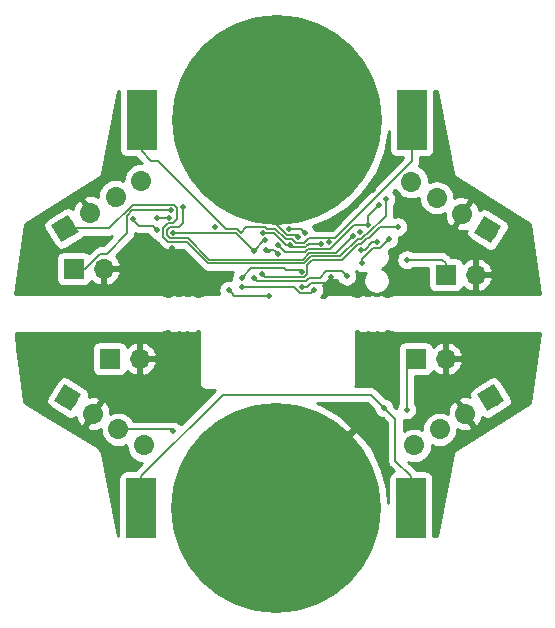
<source format=gbl>
G04 #@! TF.GenerationSoftware,KiCad,Pcbnew,(5.1.0)-1*
G04 #@! TF.CreationDate,2019-03-21T22:16:58+11:00*
G04 #@! TF.ProjectId,top-hemi,746f702d-6865-46d6-992e-6b696361645f,rev?*
G04 #@! TF.SameCoordinates,Original*
G04 #@! TF.FileFunction,Copper,L2,Bot*
G04 #@! TF.FilePolarity,Positive*
%FSLAX46Y46*%
G04 Gerber Fmt 4.6, Leading zero omitted, Abs format (unit mm)*
G04 Created by KiCad (PCBNEW (5.1.0)-1) date 2019-03-21 22:16:58*
%MOMM*%
%LPD*%
G04 APERTURE LIST*
%ADD10R,2.540000X5.080000*%
%ADD11C,17.780000*%
%ADD12C,1.700000*%
%ADD13C,0.100000*%
%ADD14C,1.700000*%
%ADD15O,1.700000X1.700000*%
%ADD16R,1.700000X1.700000*%
%ADD17C,0.500000*%
%ADD18C,0.152400*%
%ADD19C,0.254000*%
G04 APERTURE END LIST*
D10*
X144462500Y-72224900D03*
X121602500Y-72224900D03*
D11*
X133032500Y-72224900D03*
X132956300Y-105105200D03*
D10*
X144386300Y-105105200D03*
X121526300Y-105105200D03*
D12*
X115071916Y-81431990D03*
D13*
G36*
X116243188Y-81702400D02*
G01*
X114801506Y-82603262D01*
X113900644Y-81161580D01*
X115342326Y-80260718D01*
X116243188Y-81702400D01*
X116243188Y-81702400D01*
G37*
D12*
X117225958Y-80085995D03*
D14*
X117225958Y-80085995D02*
X117225958Y-80085995D01*
D12*
X119380000Y-78740000D03*
D14*
X119380000Y-78740000D02*
X119380000Y-78740000D01*
D12*
X121534042Y-77394005D03*
D14*
X121534042Y-77394005D02*
X121534042Y-77394005D01*
D12*
X144413874Y-77496015D03*
D14*
X144413874Y-77496015D02*
X144413874Y-77496015D01*
D12*
X146567916Y-78842010D03*
D14*
X146567916Y-78842010D02*
X146567916Y-78842010D01*
D12*
X148721958Y-80188005D03*
D14*
X148721958Y-80188005D02*
X148721958Y-80188005D01*
D12*
X150876000Y-81534000D03*
D13*
G36*
X150605590Y-80362728D02*
G01*
X152047272Y-81263590D01*
X151146410Y-82705272D01*
X149704728Y-81804410D01*
X150605590Y-80362728D01*
X150605590Y-80362728D01*
G37*
D12*
X151130000Y-95758000D03*
D13*
G36*
X149958728Y-95487590D02*
G01*
X151400410Y-94586728D01*
X152301272Y-96028410D01*
X150859590Y-96929272D01*
X149958728Y-95487590D01*
X149958728Y-95487590D01*
G37*
D12*
X148975958Y-97103995D03*
D14*
X148975958Y-97103995D02*
X148975958Y-97103995D01*
D12*
X146821916Y-98449990D03*
D14*
X146821916Y-98449990D02*
X146821916Y-98449990D01*
D12*
X144667874Y-99795985D03*
D14*
X144667874Y-99795985D02*
X144667874Y-99795985D01*
D12*
X121778126Y-99795985D03*
D14*
X121778126Y-99795985D02*
X121778126Y-99795985D01*
D12*
X119624084Y-98449990D03*
D14*
X119624084Y-98449990D02*
X119624084Y-98449990D01*
D12*
X117470042Y-97103995D03*
D14*
X117470042Y-97103995D02*
X117470042Y-97103995D01*
D12*
X115316000Y-95758000D03*
D13*
G36*
X115586410Y-96929272D02*
G01*
X114144728Y-96028410D01*
X115045590Y-94586728D01*
X116487272Y-95487590D01*
X115586410Y-96929272D01*
X115586410Y-96929272D01*
G37*
D15*
X118364000Y-84836000D03*
D16*
X115824000Y-84836000D03*
X147320000Y-85344000D03*
D15*
X149860000Y-85344000D03*
D16*
X118872000Y-92456000D03*
D15*
X121412000Y-92456000D03*
X147320000Y-92456000D03*
D16*
X144780000Y-92456000D03*
D17*
X123444000Y-96774000D03*
X135382000Y-81788000D03*
X141478000Y-82550000D03*
X137414000Y-82550000D03*
X140135051Y-83216092D03*
X134816895Y-82146706D03*
X137922000Y-105664000D03*
X129032000Y-105664000D03*
X137922000Y-102616000D03*
X129032000Y-102362000D03*
X122174000Y-84328000D03*
X153416000Y-95758000D03*
X127757481Y-81309390D03*
X124124746Y-83054023D03*
X141202690Y-78159101D03*
X132097194Y-83237269D03*
X139700000Y-79502000D03*
X146812000Y-81280000D03*
X133096000Y-83595390D03*
X135193463Y-86352023D03*
X137659196Y-85555911D03*
X140040208Y-81772331D03*
X142113000Y-96647000D03*
X122913000Y-81534000D03*
X120827800Y-80591800D03*
X131064000Y-83312000D03*
X124202000Y-81792000D03*
X132008919Y-82414245D03*
X143256000Y-81280000D03*
X131793588Y-85263799D03*
X124226853Y-98583195D03*
X140716000Y-81123197D03*
X141681300Y-79451300D03*
X133096000Y-82827000D03*
X134087209Y-81499635D03*
X131826000Y-81788000D03*
X136783875Y-82719056D03*
X134112000Y-82827000D03*
X142529152Y-82330152D03*
X140260991Y-84344691D03*
X142240000Y-78964610D03*
X130048000Y-86360000D03*
X136149782Y-86610981D03*
X135128000Y-85090000D03*
X130048000Y-85598000D03*
X131064000Y-85598000D03*
X138938000Y-85471000D03*
X132334000Y-87122000D03*
X128956465Y-86651767D03*
X124078647Y-79898374D03*
X144018000Y-84074000D03*
X125090896Y-79633104D03*
X139459671Y-82070018D03*
X144018000Y-96774000D03*
X122913000Y-80518000D03*
X123915220Y-80529977D03*
D18*
X144462500Y-75755500D02*
X144462500Y-74917300D01*
X137977545Y-82240455D02*
X144462500Y-75755500D01*
X144462500Y-74917300D02*
X144462500Y-72224900D01*
X137414000Y-82296000D02*
X137358455Y-82240455D01*
X137414000Y-82550000D02*
X137414000Y-82296000D01*
X137358455Y-82240455D02*
X137977545Y-82240455D01*
X132229519Y-81483189D02*
X132921792Y-81483189D01*
X133787001Y-82348398D02*
X134341730Y-82348398D01*
X128727189Y-81483189D02*
X129666256Y-81483189D01*
X122377200Y-75692000D02*
X122936000Y-75692000D01*
X129666256Y-81483189D02*
X129971067Y-81788000D01*
X134341730Y-82348398D02*
X134674291Y-82680959D01*
X132055729Y-81309399D02*
X132229519Y-81483189D01*
X121602500Y-72224900D02*
X121602500Y-74917300D01*
X121602500Y-74917300D02*
X122377200Y-75692000D01*
X135766837Y-82240455D02*
X137358455Y-82240455D01*
X135326333Y-82680959D02*
X135766837Y-82240455D01*
X134674291Y-82680959D02*
X135326333Y-82680959D01*
X132921792Y-81483189D02*
X133787001Y-82348398D01*
X130449668Y-81309399D02*
X132055729Y-81309399D01*
X129971067Y-81788000D02*
X130449668Y-81309399D01*
X122936000Y-75692000D02*
X128727189Y-81483189D01*
X140458355Y-83216092D02*
X140135051Y-83216092D01*
X141478000Y-82550000D02*
X141124447Y-82550000D01*
X141124447Y-82550000D02*
X140458355Y-83216092D01*
X133404055Y-72114579D02*
X133050502Y-72114579D01*
X139170579Y-72114579D02*
X133404055Y-72114579D01*
X133032500Y-81162830D02*
X133882271Y-82012601D01*
X133032500Y-72224900D02*
X133032500Y-81162830D01*
X134682790Y-82012601D02*
X134816895Y-82146706D01*
X133882271Y-82012601D02*
X134682790Y-82012601D01*
X124124746Y-83127254D02*
X124124746Y-83054023D01*
X122924000Y-84328000D02*
X124124746Y-83127254D01*
X122174000Y-84328000D02*
X122924000Y-84328000D01*
X132737879Y-83237269D02*
X132846001Y-83345391D01*
X132097194Y-83237269D02*
X132737879Y-83237269D01*
X132846001Y-83345391D02*
X133096000Y-83595390D01*
X135886408Y-86012631D02*
X137202476Y-86012631D01*
X137202476Y-86012631D02*
X137409197Y-85805910D01*
X135547016Y-86352023D02*
X135886408Y-86012631D01*
X135193463Y-86352023D02*
X135547016Y-86352023D01*
X137409197Y-85805910D02*
X137659196Y-85555911D01*
X144386300Y-102412800D02*
X144386300Y-105105200D01*
X143065500Y-101092000D02*
X144386300Y-102412800D01*
X143065500Y-97599500D02*
X143065500Y-101092000D01*
X142240000Y-96774000D02*
X142113000Y-96647000D01*
X142240000Y-96774000D02*
X143065500Y-97599500D01*
X140970000Y-95504000D02*
X142113000Y-96647000D01*
X128435100Y-95504000D02*
X140970000Y-95504000D01*
X121526300Y-105105200D02*
X121526300Y-102412800D01*
X121526300Y-102412800D02*
X128435100Y-95504000D01*
X119684809Y-78943191D02*
X119126000Y-79502000D01*
X122578832Y-81199832D02*
X121331832Y-81199832D01*
X122913000Y-81534000D02*
X122578832Y-81199832D01*
X121331832Y-81199832D02*
X120827800Y-80695800D01*
X120827800Y-80695800D02*
X120827800Y-80591800D01*
X131064000Y-83312000D02*
X129540000Y-81788000D01*
X124206000Y-81788000D02*
X124202000Y-81792000D01*
X129540000Y-81788000D02*
X124206000Y-81788000D01*
X131064000Y-83312000D02*
X131961755Y-82414245D01*
X131961755Y-82414245D02*
X132008919Y-82414245D01*
X124093648Y-98449990D02*
X124226853Y-98583195D01*
X119624084Y-98449990D02*
X124093648Y-98449990D01*
X136050527Y-84112099D02*
X135606602Y-84556024D01*
X140182974Y-82737490D02*
X139905709Y-82737490D01*
X132098391Y-85568602D02*
X132043587Y-85513798D01*
X140675275Y-82245189D02*
X140182974Y-82737490D01*
X141774065Y-81280000D02*
X140808876Y-82245189D01*
X140808876Y-82245189D02*
X140675275Y-82245189D01*
X139905709Y-82737490D02*
X138531100Y-84112099D01*
X132043587Y-85513798D02*
X131793588Y-85263799D01*
X143256000Y-81280000D02*
X141774065Y-81280000D01*
X135606602Y-85319730D02*
X135357730Y-85568602D01*
X135606602Y-84556024D02*
X135606602Y-85319730D01*
X138531100Y-84112099D02*
X136050527Y-84112099D01*
X135357730Y-85568602D02*
X132098391Y-85568602D01*
X140716000Y-80416600D02*
X140716000Y-81123197D01*
X141681300Y-79451300D02*
X140716000Y-80416600D01*
X139579602Y-81123197D02*
X140716000Y-81123197D01*
X137505133Y-83197666D02*
X139579602Y-81123197D01*
X135671760Y-83197666D02*
X137505133Y-83197666D01*
X135405046Y-83464380D02*
X135671760Y-83197666D01*
X133733380Y-83464380D02*
X135405046Y-83464380D01*
X133096000Y-82827000D02*
X133733380Y-83464380D01*
X134440762Y-81499635D02*
X134087209Y-81499635D01*
X135382000Y-81788000D02*
X135093635Y-81499635D01*
X135093635Y-81499635D02*
X134440762Y-81499635D01*
X136783875Y-82719056D02*
X135719303Y-82719056D01*
X131826000Y-81788000D02*
X132780256Y-81788000D01*
X135452588Y-82985770D02*
X134293770Y-82985770D01*
X135508179Y-82930179D02*
X135452588Y-82985770D01*
X135719303Y-82719056D02*
X135508179Y-82930179D01*
X134293770Y-82985770D02*
X134135000Y-82827000D01*
X134135000Y-82827000D02*
X134112000Y-82827000D01*
X133819256Y-82827000D02*
X133319128Y-82326872D01*
X134112000Y-82827000D02*
X133819256Y-82827000D01*
X132780256Y-81788000D02*
X133319128Y-82326872D01*
X140260991Y-83991138D02*
X141194129Y-83058000D01*
X140260991Y-84344691D02*
X140260991Y-83991138D01*
X141801304Y-83058000D02*
X142529152Y-82330152D01*
X141194129Y-83058000D02*
X141801304Y-83058000D01*
X118848211Y-81431990D02*
X120860428Y-79419773D01*
X124308376Y-79419773D02*
X124557986Y-79669383D01*
X120860428Y-79419773D02*
X124308376Y-79419773D01*
X115071916Y-81431990D02*
X118848211Y-81431990D01*
X124557986Y-79669383D02*
X124557986Y-80674014D01*
X124557986Y-80674014D02*
X124223412Y-81008588D01*
X123846012Y-81008588D02*
X123763300Y-81091300D01*
X124223412Y-81008588D02*
X123846012Y-81008588D01*
X123846014Y-81008587D02*
X123763300Y-81091300D01*
X135352748Y-84378811D02*
X135924271Y-83807288D01*
X142240000Y-80382998D02*
X142240000Y-79318163D01*
X140549019Y-81940378D02*
X140682620Y-81940378D01*
X123418587Y-82147986D02*
X123846014Y-82575413D01*
X123846014Y-82575413D02*
X125401279Y-82575413D01*
X138404456Y-83807288D02*
X139904391Y-82307353D01*
X127204677Y-84378811D02*
X135352748Y-84378811D01*
X142240000Y-79318163D02*
X142240000Y-78964610D01*
X123418587Y-81436014D02*
X123418587Y-82147986D01*
X125401279Y-82575413D02*
X127204677Y-84378811D01*
X123763300Y-81091300D02*
X123418587Y-81436014D01*
X140182045Y-82307353D02*
X140549019Y-81940378D01*
X135924271Y-83807288D02*
X138404456Y-83807288D01*
X139904391Y-82307353D02*
X140182045Y-82307353D01*
X140682620Y-81940378D02*
X142240000Y-80382998D01*
X134994090Y-86860980D02*
X135899783Y-86860980D01*
X135899783Y-86860980D02*
X136149782Y-86610981D01*
X134493110Y-86360000D02*
X134994090Y-86860980D01*
X130048000Y-86360000D02*
X134493110Y-86360000D01*
X133794021Y-84924399D02*
X134962399Y-84924399D01*
X133654811Y-84785189D02*
X133794021Y-84924399D01*
X132202701Y-84785189D02*
X133654811Y-84785189D01*
X134962399Y-84924399D02*
X135128000Y-85090000D01*
X130860811Y-84785189D02*
X132029189Y-84785189D01*
X130048000Y-85598000D02*
X130860811Y-84785189D01*
X131389157Y-84785189D02*
X132029189Y-84785189D01*
X132029189Y-84785189D02*
X132202701Y-84785189D01*
X131064000Y-85598000D02*
X131339413Y-85873413D01*
X138544301Y-85077301D02*
X138938000Y-85471000D01*
X131339413Y-85873413D02*
X135483986Y-85873413D01*
X137228073Y-85077301D02*
X136707374Y-85598000D01*
X138544301Y-85077301D02*
X137228073Y-85077301D01*
X135759399Y-85598000D02*
X135483986Y-85873413D01*
X136707374Y-85598000D02*
X135759399Y-85598000D01*
X129206464Y-86901766D02*
X128956465Y-86651767D01*
X132334000Y-87122000D02*
X129426698Y-87122000D01*
X129426698Y-87122000D02*
X129206464Y-86901766D01*
X120349198Y-80362070D02*
X120812894Y-79898374D01*
X118618000Y-83566000D02*
X120349198Y-81834802D01*
X118096400Y-83566000D02*
X118618000Y-83566000D01*
X123725094Y-79898374D02*
X124078647Y-79898374D01*
X120812894Y-79898374D02*
X123725094Y-79898374D01*
X120349198Y-81834802D02*
X120349198Y-80362070D01*
X116826400Y-84836000D02*
X118096400Y-83566000D01*
X115824000Y-84836000D02*
X116826400Y-84836000D01*
X147320000Y-84341600D02*
X147320000Y-85344000D01*
X147052400Y-84074000D02*
X147320000Y-84341600D01*
X144018000Y-84074000D02*
X147052400Y-84074000D01*
X135798015Y-83502477D02*
X138027212Y-83502477D01*
X123972270Y-81313398D02*
X123723398Y-81562270D01*
X127330933Y-84074000D02*
X135226492Y-84074000D01*
X123972270Y-82270602D02*
X125527535Y-82270602D01*
X125090896Y-79633104D02*
X125090896Y-80980037D01*
X124757535Y-81313398D02*
X123972270Y-81313398D01*
X139209672Y-82320017D02*
X139459671Y-82070018D01*
X125527535Y-82270602D02*
X127330933Y-84074000D01*
X138027212Y-83502477D02*
X139209672Y-82320017D01*
X123723398Y-82021730D02*
X123972270Y-82270602D01*
X123723398Y-81562270D02*
X123723398Y-82021730D01*
X135226492Y-84074000D02*
X135798015Y-83502477D01*
X125090896Y-80980037D02*
X124757535Y-81313398D01*
X144018000Y-93218000D02*
X144780000Y-92456000D01*
X144018000Y-96774000D02*
X144018000Y-93218000D01*
X123903243Y-80518000D02*
X123915220Y-80529977D01*
X122913000Y-80518000D02*
X123903243Y-80518000D01*
D19*
G36*
X147956957Y-76737421D02*
G01*
X147962867Y-76780746D01*
X147979807Y-76829896D01*
X147994969Y-76879691D01*
X148000576Y-76890155D01*
X148004441Y-76901368D01*
X148030650Y-76946277D01*
X148055230Y-76992148D01*
X148062770Y-77001316D01*
X148068749Y-77011561D01*
X148103216Y-77050495D01*
X148136272Y-77090688D01*
X148145456Y-77098209D01*
X148153319Y-77107091D01*
X148194736Y-77138566D01*
X148234983Y-77171525D01*
X148273581Y-77192105D01*
X154497779Y-81022381D01*
X155349196Y-86982300D01*
X143064191Y-86982300D01*
X143031824Y-86985488D01*
X143018833Y-86985488D01*
X143009839Y-86986434D01*
X142815890Y-87008189D01*
X142758452Y-87020397D01*
X142700880Y-87031797D01*
X142692247Y-87034469D01*
X142692243Y-87034470D01*
X142692240Y-87034471D01*
X142692241Y-87034471D01*
X142506211Y-87093484D01*
X142452220Y-87116624D01*
X142397981Y-87138980D01*
X142390029Y-87143280D01*
X142390023Y-87143282D01*
X142390018Y-87143285D01*
X142354590Y-87162762D01*
X142278205Y-87111723D01*
X142117145Y-87045010D01*
X141946165Y-87011000D01*
X141771835Y-87011000D01*
X141600855Y-87045010D01*
X141484000Y-87093413D01*
X141367145Y-87045010D01*
X141196165Y-87011000D01*
X141021835Y-87011000D01*
X140850855Y-87045010D01*
X140734000Y-87093413D01*
X140617145Y-87045010D01*
X140446165Y-87011000D01*
X140271835Y-87011000D01*
X140100855Y-87045010D01*
X139939795Y-87111723D01*
X139851286Y-87170863D01*
X139781146Y-87133569D01*
X139726872Y-87111198D01*
X139672915Y-87088072D01*
X139664282Y-87085400D01*
X139664275Y-87085397D01*
X139664268Y-87085396D01*
X139477440Y-87028989D01*
X139419840Y-87017584D01*
X139362432Y-87005381D01*
X139353439Y-87004436D01*
X139285441Y-86997769D01*
X139225383Y-86979550D01*
X139128419Y-86970000D01*
X137573603Y-86970000D01*
X137541368Y-86966807D01*
X137508763Y-86970000D01*
X137508581Y-86970000D01*
X137476807Y-86973129D01*
X137411979Y-86979478D01*
X137411801Y-86979532D01*
X137411617Y-86979550D01*
X137349552Y-86998378D01*
X137287548Y-87017149D01*
X137287385Y-87017236D01*
X137287207Y-87017290D01*
X137229241Y-87048273D01*
X137172857Y-87078371D01*
X137172717Y-87078486D01*
X137172550Y-87078575D01*
X137121433Y-87120526D01*
X137072313Y-87160792D01*
X137072197Y-87160933D01*
X137072052Y-87161052D01*
X137030389Y-87211818D01*
X136999840Y-87249000D01*
X136763342Y-87249000D01*
X136837206Y-87175136D01*
X136934059Y-87030186D01*
X137000772Y-86869126D01*
X137034782Y-86698146D01*
X137034782Y-86523816D01*
X137000772Y-86352836D01*
X136963740Y-86263434D01*
X136980855Y-86258242D01*
X137104407Y-86192202D01*
X137212701Y-86103327D01*
X137234975Y-86076186D01*
X137522661Y-85788501D01*
X138111596Y-85788501D01*
X138153723Y-85890205D01*
X138250576Y-86035155D01*
X138373845Y-86158424D01*
X138518795Y-86255277D01*
X138679855Y-86321990D01*
X138850835Y-86356000D01*
X139025165Y-86356000D01*
X139196145Y-86321990D01*
X139357205Y-86255277D01*
X139502155Y-86158424D01*
X139625424Y-86035155D01*
X139722277Y-85890205D01*
X139788990Y-85729145D01*
X139823000Y-85558165D01*
X139823000Y-85383835D01*
X139788990Y-85212855D01*
X139722277Y-85051795D01*
X139719041Y-85046952D01*
X139841786Y-85128968D01*
X140002846Y-85195681D01*
X140173826Y-85229691D01*
X140348156Y-85229691D01*
X140519136Y-85195681D01*
X140571681Y-85173916D01*
X140476341Y-85316602D01*
X140391137Y-85522304D01*
X140347700Y-85740675D01*
X140347700Y-85963325D01*
X140391137Y-86181696D01*
X140476341Y-86387398D01*
X140600039Y-86572524D01*
X140757476Y-86729961D01*
X140942602Y-86853659D01*
X141148304Y-86938863D01*
X141366675Y-86982300D01*
X141589325Y-86982300D01*
X141807696Y-86938863D01*
X142013398Y-86853659D01*
X142198524Y-86729961D01*
X142355961Y-86572524D01*
X142479659Y-86387398D01*
X142564863Y-86181696D01*
X142608300Y-85963325D01*
X142608300Y-85740675D01*
X142564863Y-85522304D01*
X142479659Y-85316602D01*
X142355961Y-85131476D01*
X142198524Y-84974039D01*
X142013398Y-84850341D01*
X141978776Y-84836000D01*
X142013398Y-84821659D01*
X142198524Y-84697961D01*
X142355961Y-84540524D01*
X142479659Y-84355398D01*
X142564863Y-84149696D01*
X142597258Y-83986835D01*
X143133000Y-83986835D01*
X143133000Y-84161165D01*
X143167010Y-84332145D01*
X143233723Y-84493205D01*
X143330576Y-84638155D01*
X143453845Y-84761424D01*
X143598795Y-84858277D01*
X143759855Y-84924990D01*
X143930835Y-84959000D01*
X144105165Y-84959000D01*
X144276145Y-84924990D01*
X144437205Y-84858277D01*
X144546572Y-84785200D01*
X145831928Y-84785200D01*
X145831928Y-86194000D01*
X145844188Y-86318482D01*
X145880498Y-86438180D01*
X145939463Y-86548494D01*
X146018815Y-86645185D01*
X146115506Y-86724537D01*
X146225820Y-86783502D01*
X146345518Y-86819812D01*
X146470000Y-86832072D01*
X148170000Y-86832072D01*
X148294482Y-86819812D01*
X148414180Y-86783502D01*
X148524494Y-86724537D01*
X148621185Y-86645185D01*
X148700537Y-86548494D01*
X148759502Y-86438180D01*
X148783966Y-86357534D01*
X148859731Y-86441588D01*
X149093080Y-86615641D01*
X149355901Y-86740825D01*
X149503110Y-86785476D01*
X149733000Y-86664155D01*
X149733000Y-85471000D01*
X149987000Y-85471000D01*
X149987000Y-86664155D01*
X150216890Y-86785476D01*
X150364099Y-86740825D01*
X150626920Y-86615641D01*
X150860269Y-86441588D01*
X151055178Y-86225355D01*
X151204157Y-85975252D01*
X151301481Y-85700891D01*
X151180814Y-85471000D01*
X149987000Y-85471000D01*
X149733000Y-85471000D01*
X149713000Y-85471000D01*
X149713000Y-85217000D01*
X149733000Y-85217000D01*
X149733000Y-84023845D01*
X149987000Y-84023845D01*
X149987000Y-85217000D01*
X151180814Y-85217000D01*
X151301481Y-84987109D01*
X151204157Y-84712748D01*
X151055178Y-84462645D01*
X150860269Y-84246412D01*
X150626920Y-84072359D01*
X150364099Y-83947175D01*
X150216890Y-83902524D01*
X149987000Y-84023845D01*
X149733000Y-84023845D01*
X149503110Y-83902524D01*
X149355901Y-83947175D01*
X149093080Y-84072359D01*
X148859731Y-84246412D01*
X148783966Y-84330466D01*
X148759502Y-84249820D01*
X148700537Y-84139506D01*
X148621185Y-84042815D01*
X148524494Y-83963463D01*
X148414180Y-83904498D01*
X148294482Y-83868188D01*
X148170000Y-83855928D01*
X147841457Y-83855928D01*
X147825326Y-83836273D01*
X147798194Y-83814007D01*
X147580001Y-83595814D01*
X147557727Y-83568673D01*
X147449433Y-83479798D01*
X147325881Y-83413758D01*
X147191820Y-83373091D01*
X147087336Y-83362800D01*
X147087326Y-83362800D01*
X147052400Y-83359360D01*
X147017474Y-83362800D01*
X144546572Y-83362800D01*
X144437205Y-83289723D01*
X144276145Y-83223010D01*
X144105165Y-83189000D01*
X143930835Y-83189000D01*
X143759855Y-83223010D01*
X143598795Y-83289723D01*
X143453845Y-83386576D01*
X143330576Y-83509845D01*
X143233723Y-83654795D01*
X143167010Y-83815855D01*
X143133000Y-83986835D01*
X142597258Y-83986835D01*
X142608300Y-83931325D01*
X142608300Y-83708675D01*
X142564863Y-83490304D01*
X142509191Y-83355900D01*
X142658289Y-83206803D01*
X142787297Y-83181142D01*
X142948357Y-83114429D01*
X143093307Y-83017576D01*
X143216576Y-82894307D01*
X143313429Y-82749357D01*
X143380142Y-82588297D01*
X143414152Y-82417317D01*
X143414152Y-82242987D01*
X143396528Y-82154385D01*
X143514145Y-82130990D01*
X143675205Y-82064277D01*
X143820155Y-81967424D01*
X143943424Y-81844155D01*
X144040277Y-81699205D01*
X144106990Y-81538145D01*
X144139469Y-81374860D01*
X148130085Y-81374860D01*
X148260752Y-81599569D01*
X148409254Y-81639712D01*
X148698476Y-81672823D01*
X148988601Y-81648874D01*
X149097396Y-81617741D01*
X149075407Y-81699098D01*
X149066954Y-81823896D01*
X149083010Y-81947945D01*
X149122958Y-82066478D01*
X149185264Y-82174941D01*
X149267532Y-82269163D01*
X149366602Y-82345526D01*
X150808284Y-83246388D01*
X150920347Y-83301956D01*
X151041098Y-83334593D01*
X151165896Y-83343046D01*
X151289945Y-83326990D01*
X151408478Y-83287042D01*
X151516941Y-83224736D01*
X151611163Y-83142468D01*
X151687526Y-83043398D01*
X152588388Y-81601716D01*
X152643956Y-81489653D01*
X152676593Y-81368902D01*
X152685046Y-81244104D01*
X152668990Y-81120055D01*
X152629042Y-81001522D01*
X152566736Y-80893059D01*
X152484468Y-80798837D01*
X152385398Y-80722474D01*
X150943716Y-79821612D01*
X150831653Y-79766044D01*
X150710902Y-79733407D01*
X150586104Y-79724954D01*
X150462055Y-79741010D01*
X150343522Y-79780958D01*
X150235059Y-79843264D01*
X150171578Y-79898691D01*
X150151867Y-79787259D01*
X150046210Y-79515998D01*
X149889663Y-79270562D01*
X149788484Y-79154687D01*
X149529236Y-79135750D01*
X148896960Y-80147603D01*
X148913921Y-80158201D01*
X148779321Y-80373605D01*
X148762360Y-80363007D01*
X148130085Y-81374860D01*
X144139469Y-81374860D01*
X144141000Y-81367165D01*
X144141000Y-81192835D01*
X144106990Y-81021855D01*
X144040277Y-80860795D01*
X143943424Y-80715845D01*
X143820155Y-80592576D01*
X143675205Y-80495723D01*
X143514145Y-80429010D01*
X143343165Y-80395000D01*
X143168835Y-80395000D01*
X142997855Y-80429010D01*
X142948078Y-80449628D01*
X142951200Y-80417934D01*
X142951200Y-80417927D01*
X142954640Y-80382998D01*
X142951200Y-80348070D01*
X142951200Y-79493182D01*
X143024277Y-79383815D01*
X143090990Y-79222755D01*
X143125000Y-79051775D01*
X143125000Y-78877445D01*
X143090990Y-78706465D01*
X143024277Y-78545405D01*
X142927424Y-78400455D01*
X142875379Y-78348410D01*
X143077584Y-78146204D01*
X143173168Y-78325029D01*
X143358740Y-78551149D01*
X143584860Y-78736721D01*
X143842840Y-78874614D01*
X144122763Y-78959528D01*
X144340924Y-78981015D01*
X144486824Y-78981015D01*
X144704985Y-78959528D01*
X144984908Y-78874614D01*
X145077388Y-78825182D01*
X145075731Y-78842010D01*
X145104403Y-79133121D01*
X145189317Y-79413044D01*
X145327210Y-79671024D01*
X145512782Y-79897144D01*
X145738902Y-80082716D01*
X145996882Y-80220609D01*
X146276805Y-80305523D01*
X146494966Y-80327010D01*
X146640866Y-80327010D01*
X146859027Y-80305523D01*
X147138950Y-80220609D01*
X147244275Y-80164312D01*
X147241343Y-80302089D01*
X147292049Y-80588751D01*
X147397706Y-80860012D01*
X147554253Y-81105448D01*
X147655432Y-81221323D01*
X147914680Y-81240260D01*
X148546956Y-80228407D01*
X148529995Y-80217809D01*
X148664595Y-80002405D01*
X148681556Y-80013003D01*
X149313831Y-79001150D01*
X149183164Y-78776441D01*
X149034662Y-78736298D01*
X148745440Y-78703187D01*
X148455315Y-78727136D01*
X148175437Y-78807226D01*
X148057555Y-78867858D01*
X148060101Y-78842010D01*
X148031429Y-78550899D01*
X147946515Y-78270976D01*
X147808622Y-78012996D01*
X147623050Y-77786876D01*
X147396930Y-77601304D01*
X147138950Y-77463411D01*
X146859027Y-77378497D01*
X146640866Y-77357010D01*
X146494966Y-77357010D01*
X146276805Y-77378497D01*
X145996882Y-77463411D01*
X145904402Y-77512843D01*
X145906059Y-77496015D01*
X145877387Y-77204904D01*
X145792473Y-76924981D01*
X145654580Y-76667001D01*
X145469008Y-76440881D01*
X145242888Y-76255309D01*
X145054844Y-76154797D01*
X145056702Y-76152533D01*
X145105248Y-76061710D01*
X145122742Y-76028981D01*
X145163409Y-75894920D01*
X145173700Y-75790436D01*
X145173700Y-75790427D01*
X145177140Y-75755501D01*
X145173700Y-75720575D01*
X145173700Y-75402972D01*
X145732500Y-75402972D01*
X145856982Y-75390712D01*
X145976680Y-75354402D01*
X146086994Y-75295437D01*
X146183685Y-75216085D01*
X146263037Y-75119394D01*
X146322002Y-75009080D01*
X146358312Y-74889382D01*
X146370572Y-74764900D01*
X146370572Y-69777700D01*
X146565013Y-69777700D01*
X147956957Y-76737421D01*
X147956957Y-76737421D01*
G37*
X147956957Y-76737421D02*
X147962867Y-76780746D01*
X147979807Y-76829896D01*
X147994969Y-76879691D01*
X148000576Y-76890155D01*
X148004441Y-76901368D01*
X148030650Y-76946277D01*
X148055230Y-76992148D01*
X148062770Y-77001316D01*
X148068749Y-77011561D01*
X148103216Y-77050495D01*
X148136272Y-77090688D01*
X148145456Y-77098209D01*
X148153319Y-77107091D01*
X148194736Y-77138566D01*
X148234983Y-77171525D01*
X148273581Y-77192105D01*
X154497779Y-81022381D01*
X155349196Y-86982300D01*
X143064191Y-86982300D01*
X143031824Y-86985488D01*
X143018833Y-86985488D01*
X143009839Y-86986434D01*
X142815890Y-87008189D01*
X142758452Y-87020397D01*
X142700880Y-87031797D01*
X142692247Y-87034469D01*
X142692243Y-87034470D01*
X142692240Y-87034471D01*
X142692241Y-87034471D01*
X142506211Y-87093484D01*
X142452220Y-87116624D01*
X142397981Y-87138980D01*
X142390029Y-87143280D01*
X142390023Y-87143282D01*
X142390018Y-87143285D01*
X142354590Y-87162762D01*
X142278205Y-87111723D01*
X142117145Y-87045010D01*
X141946165Y-87011000D01*
X141771835Y-87011000D01*
X141600855Y-87045010D01*
X141484000Y-87093413D01*
X141367145Y-87045010D01*
X141196165Y-87011000D01*
X141021835Y-87011000D01*
X140850855Y-87045010D01*
X140734000Y-87093413D01*
X140617145Y-87045010D01*
X140446165Y-87011000D01*
X140271835Y-87011000D01*
X140100855Y-87045010D01*
X139939795Y-87111723D01*
X139851286Y-87170863D01*
X139781146Y-87133569D01*
X139726872Y-87111198D01*
X139672915Y-87088072D01*
X139664282Y-87085400D01*
X139664275Y-87085397D01*
X139664268Y-87085396D01*
X139477440Y-87028989D01*
X139419840Y-87017584D01*
X139362432Y-87005381D01*
X139353439Y-87004436D01*
X139285441Y-86997769D01*
X139225383Y-86979550D01*
X139128419Y-86970000D01*
X137573603Y-86970000D01*
X137541368Y-86966807D01*
X137508763Y-86970000D01*
X137508581Y-86970000D01*
X137476807Y-86973129D01*
X137411979Y-86979478D01*
X137411801Y-86979532D01*
X137411617Y-86979550D01*
X137349552Y-86998378D01*
X137287548Y-87017149D01*
X137287385Y-87017236D01*
X137287207Y-87017290D01*
X137229241Y-87048273D01*
X137172857Y-87078371D01*
X137172717Y-87078486D01*
X137172550Y-87078575D01*
X137121433Y-87120526D01*
X137072313Y-87160792D01*
X137072197Y-87160933D01*
X137072052Y-87161052D01*
X137030389Y-87211818D01*
X136999840Y-87249000D01*
X136763342Y-87249000D01*
X136837206Y-87175136D01*
X136934059Y-87030186D01*
X137000772Y-86869126D01*
X137034782Y-86698146D01*
X137034782Y-86523816D01*
X137000772Y-86352836D01*
X136963740Y-86263434D01*
X136980855Y-86258242D01*
X137104407Y-86192202D01*
X137212701Y-86103327D01*
X137234975Y-86076186D01*
X137522661Y-85788501D01*
X138111596Y-85788501D01*
X138153723Y-85890205D01*
X138250576Y-86035155D01*
X138373845Y-86158424D01*
X138518795Y-86255277D01*
X138679855Y-86321990D01*
X138850835Y-86356000D01*
X139025165Y-86356000D01*
X139196145Y-86321990D01*
X139357205Y-86255277D01*
X139502155Y-86158424D01*
X139625424Y-86035155D01*
X139722277Y-85890205D01*
X139788990Y-85729145D01*
X139823000Y-85558165D01*
X139823000Y-85383835D01*
X139788990Y-85212855D01*
X139722277Y-85051795D01*
X139719041Y-85046952D01*
X139841786Y-85128968D01*
X140002846Y-85195681D01*
X140173826Y-85229691D01*
X140348156Y-85229691D01*
X140519136Y-85195681D01*
X140571681Y-85173916D01*
X140476341Y-85316602D01*
X140391137Y-85522304D01*
X140347700Y-85740675D01*
X140347700Y-85963325D01*
X140391137Y-86181696D01*
X140476341Y-86387398D01*
X140600039Y-86572524D01*
X140757476Y-86729961D01*
X140942602Y-86853659D01*
X141148304Y-86938863D01*
X141366675Y-86982300D01*
X141589325Y-86982300D01*
X141807696Y-86938863D01*
X142013398Y-86853659D01*
X142198524Y-86729961D01*
X142355961Y-86572524D01*
X142479659Y-86387398D01*
X142564863Y-86181696D01*
X142608300Y-85963325D01*
X142608300Y-85740675D01*
X142564863Y-85522304D01*
X142479659Y-85316602D01*
X142355961Y-85131476D01*
X142198524Y-84974039D01*
X142013398Y-84850341D01*
X141978776Y-84836000D01*
X142013398Y-84821659D01*
X142198524Y-84697961D01*
X142355961Y-84540524D01*
X142479659Y-84355398D01*
X142564863Y-84149696D01*
X142597258Y-83986835D01*
X143133000Y-83986835D01*
X143133000Y-84161165D01*
X143167010Y-84332145D01*
X143233723Y-84493205D01*
X143330576Y-84638155D01*
X143453845Y-84761424D01*
X143598795Y-84858277D01*
X143759855Y-84924990D01*
X143930835Y-84959000D01*
X144105165Y-84959000D01*
X144276145Y-84924990D01*
X144437205Y-84858277D01*
X144546572Y-84785200D01*
X145831928Y-84785200D01*
X145831928Y-86194000D01*
X145844188Y-86318482D01*
X145880498Y-86438180D01*
X145939463Y-86548494D01*
X146018815Y-86645185D01*
X146115506Y-86724537D01*
X146225820Y-86783502D01*
X146345518Y-86819812D01*
X146470000Y-86832072D01*
X148170000Y-86832072D01*
X148294482Y-86819812D01*
X148414180Y-86783502D01*
X148524494Y-86724537D01*
X148621185Y-86645185D01*
X148700537Y-86548494D01*
X148759502Y-86438180D01*
X148783966Y-86357534D01*
X148859731Y-86441588D01*
X149093080Y-86615641D01*
X149355901Y-86740825D01*
X149503110Y-86785476D01*
X149733000Y-86664155D01*
X149733000Y-85471000D01*
X149987000Y-85471000D01*
X149987000Y-86664155D01*
X150216890Y-86785476D01*
X150364099Y-86740825D01*
X150626920Y-86615641D01*
X150860269Y-86441588D01*
X151055178Y-86225355D01*
X151204157Y-85975252D01*
X151301481Y-85700891D01*
X151180814Y-85471000D01*
X149987000Y-85471000D01*
X149733000Y-85471000D01*
X149713000Y-85471000D01*
X149713000Y-85217000D01*
X149733000Y-85217000D01*
X149733000Y-84023845D01*
X149987000Y-84023845D01*
X149987000Y-85217000D01*
X151180814Y-85217000D01*
X151301481Y-84987109D01*
X151204157Y-84712748D01*
X151055178Y-84462645D01*
X150860269Y-84246412D01*
X150626920Y-84072359D01*
X150364099Y-83947175D01*
X150216890Y-83902524D01*
X149987000Y-84023845D01*
X149733000Y-84023845D01*
X149503110Y-83902524D01*
X149355901Y-83947175D01*
X149093080Y-84072359D01*
X148859731Y-84246412D01*
X148783966Y-84330466D01*
X148759502Y-84249820D01*
X148700537Y-84139506D01*
X148621185Y-84042815D01*
X148524494Y-83963463D01*
X148414180Y-83904498D01*
X148294482Y-83868188D01*
X148170000Y-83855928D01*
X147841457Y-83855928D01*
X147825326Y-83836273D01*
X147798194Y-83814007D01*
X147580001Y-83595814D01*
X147557727Y-83568673D01*
X147449433Y-83479798D01*
X147325881Y-83413758D01*
X147191820Y-83373091D01*
X147087336Y-83362800D01*
X147087326Y-83362800D01*
X147052400Y-83359360D01*
X147017474Y-83362800D01*
X144546572Y-83362800D01*
X144437205Y-83289723D01*
X144276145Y-83223010D01*
X144105165Y-83189000D01*
X143930835Y-83189000D01*
X143759855Y-83223010D01*
X143598795Y-83289723D01*
X143453845Y-83386576D01*
X143330576Y-83509845D01*
X143233723Y-83654795D01*
X143167010Y-83815855D01*
X143133000Y-83986835D01*
X142597258Y-83986835D01*
X142608300Y-83931325D01*
X142608300Y-83708675D01*
X142564863Y-83490304D01*
X142509191Y-83355900D01*
X142658289Y-83206803D01*
X142787297Y-83181142D01*
X142948357Y-83114429D01*
X143093307Y-83017576D01*
X143216576Y-82894307D01*
X143313429Y-82749357D01*
X143380142Y-82588297D01*
X143414152Y-82417317D01*
X143414152Y-82242987D01*
X143396528Y-82154385D01*
X143514145Y-82130990D01*
X143675205Y-82064277D01*
X143820155Y-81967424D01*
X143943424Y-81844155D01*
X144040277Y-81699205D01*
X144106990Y-81538145D01*
X144139469Y-81374860D01*
X148130085Y-81374860D01*
X148260752Y-81599569D01*
X148409254Y-81639712D01*
X148698476Y-81672823D01*
X148988601Y-81648874D01*
X149097396Y-81617741D01*
X149075407Y-81699098D01*
X149066954Y-81823896D01*
X149083010Y-81947945D01*
X149122958Y-82066478D01*
X149185264Y-82174941D01*
X149267532Y-82269163D01*
X149366602Y-82345526D01*
X150808284Y-83246388D01*
X150920347Y-83301956D01*
X151041098Y-83334593D01*
X151165896Y-83343046D01*
X151289945Y-83326990D01*
X151408478Y-83287042D01*
X151516941Y-83224736D01*
X151611163Y-83142468D01*
X151687526Y-83043398D01*
X152588388Y-81601716D01*
X152643956Y-81489653D01*
X152676593Y-81368902D01*
X152685046Y-81244104D01*
X152668990Y-81120055D01*
X152629042Y-81001522D01*
X152566736Y-80893059D01*
X152484468Y-80798837D01*
X152385398Y-80722474D01*
X150943716Y-79821612D01*
X150831653Y-79766044D01*
X150710902Y-79733407D01*
X150586104Y-79724954D01*
X150462055Y-79741010D01*
X150343522Y-79780958D01*
X150235059Y-79843264D01*
X150171578Y-79898691D01*
X150151867Y-79787259D01*
X150046210Y-79515998D01*
X149889663Y-79270562D01*
X149788484Y-79154687D01*
X149529236Y-79135750D01*
X148896960Y-80147603D01*
X148913921Y-80158201D01*
X148779321Y-80373605D01*
X148762360Y-80363007D01*
X148130085Y-81374860D01*
X144139469Y-81374860D01*
X144141000Y-81367165D01*
X144141000Y-81192835D01*
X144106990Y-81021855D01*
X144040277Y-80860795D01*
X143943424Y-80715845D01*
X143820155Y-80592576D01*
X143675205Y-80495723D01*
X143514145Y-80429010D01*
X143343165Y-80395000D01*
X143168835Y-80395000D01*
X142997855Y-80429010D01*
X142948078Y-80449628D01*
X142951200Y-80417934D01*
X142951200Y-80417927D01*
X142954640Y-80382998D01*
X142951200Y-80348070D01*
X142951200Y-79493182D01*
X143024277Y-79383815D01*
X143090990Y-79222755D01*
X143125000Y-79051775D01*
X143125000Y-78877445D01*
X143090990Y-78706465D01*
X143024277Y-78545405D01*
X142927424Y-78400455D01*
X142875379Y-78348410D01*
X143077584Y-78146204D01*
X143173168Y-78325029D01*
X143358740Y-78551149D01*
X143584860Y-78736721D01*
X143842840Y-78874614D01*
X144122763Y-78959528D01*
X144340924Y-78981015D01*
X144486824Y-78981015D01*
X144704985Y-78959528D01*
X144984908Y-78874614D01*
X145077388Y-78825182D01*
X145075731Y-78842010D01*
X145104403Y-79133121D01*
X145189317Y-79413044D01*
X145327210Y-79671024D01*
X145512782Y-79897144D01*
X145738902Y-80082716D01*
X145996882Y-80220609D01*
X146276805Y-80305523D01*
X146494966Y-80327010D01*
X146640866Y-80327010D01*
X146859027Y-80305523D01*
X147138950Y-80220609D01*
X147244275Y-80164312D01*
X147241343Y-80302089D01*
X147292049Y-80588751D01*
X147397706Y-80860012D01*
X147554253Y-81105448D01*
X147655432Y-81221323D01*
X147914680Y-81240260D01*
X148546956Y-80228407D01*
X148529995Y-80217809D01*
X148664595Y-80002405D01*
X148681556Y-80013003D01*
X149313831Y-79001150D01*
X149183164Y-78776441D01*
X149034662Y-78736298D01*
X148745440Y-78703187D01*
X148455315Y-78727136D01*
X148175437Y-78807226D01*
X148057555Y-78867858D01*
X148060101Y-78842010D01*
X148031429Y-78550899D01*
X147946515Y-78270976D01*
X147808622Y-78012996D01*
X147623050Y-77786876D01*
X147396930Y-77601304D01*
X147138950Y-77463411D01*
X146859027Y-77378497D01*
X146640866Y-77357010D01*
X146494966Y-77357010D01*
X146276805Y-77378497D01*
X145996882Y-77463411D01*
X145904402Y-77512843D01*
X145906059Y-77496015D01*
X145877387Y-77204904D01*
X145792473Y-76924981D01*
X145654580Y-76667001D01*
X145469008Y-76440881D01*
X145242888Y-76255309D01*
X145054844Y-76154797D01*
X145056702Y-76152533D01*
X145105248Y-76061710D01*
X145122742Y-76028981D01*
X145163409Y-75894920D01*
X145173700Y-75790436D01*
X145173700Y-75790427D01*
X145177140Y-75755501D01*
X145173700Y-75720575D01*
X145173700Y-75402972D01*
X145732500Y-75402972D01*
X145856982Y-75390712D01*
X145976680Y-75354402D01*
X146086994Y-75295437D01*
X146183685Y-75216085D01*
X146263037Y-75119394D01*
X146322002Y-75009080D01*
X146358312Y-74889382D01*
X146370572Y-74764900D01*
X146370572Y-69777700D01*
X146565013Y-69777700D01*
X147956957Y-76737421D01*
G36*
X119694428Y-74764900D02*
G01*
X119706688Y-74889382D01*
X119742998Y-75009080D01*
X119801963Y-75119394D01*
X119881315Y-75216085D01*
X119978006Y-75295437D01*
X120088320Y-75354402D01*
X120208018Y-75390712D01*
X120332500Y-75402972D01*
X121081043Y-75402972D01*
X121097174Y-75422627D01*
X121124310Y-75444897D01*
X121588417Y-75909005D01*
X121461092Y-75909005D01*
X121242931Y-75930492D01*
X120963008Y-76015406D01*
X120705028Y-76153299D01*
X120478908Y-76338871D01*
X120293336Y-76564991D01*
X120155443Y-76822971D01*
X120070529Y-77102894D01*
X120041857Y-77394005D01*
X120043514Y-77410833D01*
X119951034Y-77361401D01*
X119671111Y-77276487D01*
X119452950Y-77255000D01*
X119307050Y-77255000D01*
X119088889Y-77276487D01*
X118808966Y-77361401D01*
X118550986Y-77499294D01*
X118324866Y-77684866D01*
X118139294Y-77910986D01*
X118001401Y-78168966D01*
X117916487Y-78448889D01*
X117887815Y-78740000D01*
X117890361Y-78765848D01*
X117772479Y-78705216D01*
X117492601Y-78625126D01*
X117202476Y-78601177D01*
X116913254Y-78634288D01*
X116764752Y-78674431D01*
X116634085Y-78899140D01*
X117266360Y-79910993D01*
X117283321Y-79900395D01*
X117417921Y-80115799D01*
X117400960Y-80126397D01*
X117411558Y-80143358D01*
X117196154Y-80277958D01*
X117185556Y-80260997D01*
X117168595Y-80271595D01*
X117033995Y-80056191D01*
X117050956Y-80045593D01*
X116418680Y-79033740D01*
X116159432Y-79052677D01*
X116058253Y-79168552D01*
X115901706Y-79413988D01*
X115796049Y-79685249D01*
X115776338Y-79796681D01*
X115712857Y-79741254D01*
X115604394Y-79678948D01*
X115485861Y-79639000D01*
X115361812Y-79622944D01*
X115237014Y-79631397D01*
X115116263Y-79664034D01*
X115004200Y-79719602D01*
X113562518Y-80620464D01*
X113463448Y-80696827D01*
X113381180Y-80791049D01*
X113318874Y-80899512D01*
X113278926Y-81018045D01*
X113262870Y-81142094D01*
X113271323Y-81266892D01*
X113303960Y-81387643D01*
X113359528Y-81499706D01*
X114260390Y-82941388D01*
X114336753Y-83040458D01*
X114430975Y-83122726D01*
X114539438Y-83185032D01*
X114657971Y-83224980D01*
X114782020Y-83241036D01*
X114906818Y-83232583D01*
X115027569Y-83199946D01*
X115139632Y-83144378D01*
X116581314Y-82243516D01*
X116680384Y-82167153D01*
X116701307Y-82143190D01*
X118813285Y-82143190D01*
X118848211Y-82146630D01*
X118883137Y-82143190D01*
X118883147Y-82143190D01*
X118987631Y-82132899D01*
X119070430Y-82107782D01*
X118323413Y-82854800D01*
X118131325Y-82854800D01*
X118096399Y-82851360D01*
X118061473Y-82854800D01*
X118061464Y-82854800D01*
X117956980Y-82865091D01*
X117822919Y-82905758D01*
X117709430Y-82966419D01*
X117699367Y-82971798D01*
X117618208Y-83038403D01*
X117618204Y-83038407D01*
X117591073Y-83060673D01*
X117568807Y-83087804D01*
X117123324Y-83533288D01*
X117028494Y-83455463D01*
X116918180Y-83396498D01*
X116798482Y-83360188D01*
X116674000Y-83347928D01*
X114974000Y-83347928D01*
X114849518Y-83360188D01*
X114729820Y-83396498D01*
X114619506Y-83455463D01*
X114522815Y-83534815D01*
X114443463Y-83631506D01*
X114384498Y-83741820D01*
X114348188Y-83861518D01*
X114335928Y-83986000D01*
X114335928Y-85686000D01*
X114348188Y-85810482D01*
X114384498Y-85930180D01*
X114443463Y-86040494D01*
X114522815Y-86137185D01*
X114619506Y-86216537D01*
X114729820Y-86275502D01*
X114849518Y-86311812D01*
X114974000Y-86324072D01*
X116674000Y-86324072D01*
X116798482Y-86311812D01*
X116918180Y-86275502D01*
X117028494Y-86216537D01*
X117125185Y-86137185D01*
X117204537Y-86040494D01*
X117263502Y-85930180D01*
X117287966Y-85849534D01*
X117363731Y-85933588D01*
X117597080Y-86107641D01*
X117859901Y-86232825D01*
X118007110Y-86277476D01*
X118237000Y-86156155D01*
X118237000Y-84963000D01*
X118491000Y-84963000D01*
X118491000Y-86156155D01*
X118720890Y-86277476D01*
X118868099Y-86232825D01*
X119130920Y-86107641D01*
X119364269Y-85933588D01*
X119559178Y-85717355D01*
X119708157Y-85467252D01*
X119805481Y-85192891D01*
X119684814Y-84963000D01*
X118491000Y-84963000D01*
X118237000Y-84963000D01*
X118217000Y-84963000D01*
X118217000Y-84709000D01*
X118237000Y-84709000D01*
X118237000Y-84689000D01*
X118491000Y-84689000D01*
X118491000Y-84709000D01*
X119684814Y-84709000D01*
X119805481Y-84479109D01*
X119708157Y-84204748D01*
X119559178Y-83954645D01*
X119405563Y-83784224D01*
X120827399Y-82362390D01*
X120854524Y-82340129D01*
X120876786Y-82313003D01*
X120876796Y-82312993D01*
X120943400Y-82231835D01*
X121009440Y-82108284D01*
X121050107Y-81974222D01*
X121051548Y-81959587D01*
X121060398Y-81869738D01*
X121060398Y-81869731D01*
X121061262Y-81860957D01*
X121192412Y-81900741D01*
X121296896Y-81911032D01*
X121296903Y-81911032D01*
X121331832Y-81914472D01*
X121366760Y-81911032D01*
X122111254Y-81911032D01*
X122128723Y-81953205D01*
X122225576Y-82098155D01*
X122348845Y-82221424D01*
X122493795Y-82318277D01*
X122654855Y-82384990D01*
X122753216Y-82404555D01*
X122757087Y-82417317D01*
X122758346Y-82421467D01*
X122824385Y-82545018D01*
X122870016Y-82600619D01*
X122913261Y-82653313D01*
X122940397Y-82675583D01*
X123318412Y-83053598D01*
X123340687Y-83080740D01*
X123448981Y-83169615D01*
X123572533Y-83235655D01*
X123706594Y-83276322D01*
X123811078Y-83286613D01*
X123811087Y-83286613D01*
X123846013Y-83290053D01*
X123880939Y-83286613D01*
X125106692Y-83286613D01*
X126677080Y-84857002D01*
X126699350Y-84884138D01*
X126807644Y-84973013D01*
X126931196Y-85039053D01*
X127065257Y-85079720D01*
X127169741Y-85090011D01*
X127169748Y-85090011D01*
X127204677Y-85093451D01*
X127239605Y-85090011D01*
X129323047Y-85090011D01*
X129263723Y-85178795D01*
X129197010Y-85339855D01*
X129163000Y-85510835D01*
X129163000Y-85685165D01*
X129184818Y-85794851D01*
X129043630Y-85766767D01*
X128869300Y-85766767D01*
X128698320Y-85800777D01*
X128537260Y-85867490D01*
X128392310Y-85964343D01*
X128269041Y-86087612D01*
X128172188Y-86232562D01*
X128105475Y-86393622D01*
X128071465Y-86564602D01*
X128071465Y-86738932D01*
X128105475Y-86909912D01*
X128130364Y-86970000D01*
X127063581Y-86970000D01*
X126966617Y-86979550D01*
X126905251Y-86998166D01*
X126815890Y-87008189D01*
X126758452Y-87020397D01*
X126700880Y-87031797D01*
X126692247Y-87034469D01*
X126692243Y-87034470D01*
X126692240Y-87034471D01*
X126692241Y-87034471D01*
X126506211Y-87093484D01*
X126452220Y-87116624D01*
X126397981Y-87138980D01*
X126390029Y-87143280D01*
X126390023Y-87143282D01*
X126390018Y-87143285D01*
X126346909Y-87166985D01*
X126264205Y-87111723D01*
X126103145Y-87045010D01*
X125932165Y-87011000D01*
X125757835Y-87011000D01*
X125586855Y-87045010D01*
X125470000Y-87093413D01*
X125353145Y-87045010D01*
X125182165Y-87011000D01*
X125007835Y-87011000D01*
X124836855Y-87045010D01*
X124720000Y-87093413D01*
X124603145Y-87045010D01*
X124432165Y-87011000D01*
X124257835Y-87011000D01*
X124086855Y-87045010D01*
X123925795Y-87111723D01*
X123843490Y-87166718D01*
X123781146Y-87133569D01*
X123726872Y-87111198D01*
X123672915Y-87088072D01*
X123664282Y-87085400D01*
X123664275Y-87085397D01*
X123664268Y-87085396D01*
X123477440Y-87028989D01*
X123419840Y-87017584D01*
X123362432Y-87005381D01*
X123353439Y-87004436D01*
X123159205Y-86985391D01*
X123159191Y-86985391D01*
X123127809Y-86982300D01*
X110842803Y-86982300D01*
X111694221Y-81022380D01*
X117918425Y-77192101D01*
X117957016Y-77171525D01*
X117997249Y-77138578D01*
X118038681Y-77107092D01*
X118046547Y-77098207D01*
X118055727Y-77090689D01*
X118088770Y-77050512D01*
X118123251Y-77011562D01*
X118129232Y-77001313D01*
X118136769Y-76992149D01*
X118161335Y-76946304D01*
X118187559Y-76901369D01*
X118191427Y-76890148D01*
X118197030Y-76879691D01*
X118212177Y-76829944D01*
X118229134Y-76780747D01*
X118235049Y-76737387D01*
X119626987Y-69777700D01*
X119694428Y-69777700D01*
X119694428Y-74764900D01*
X119694428Y-74764900D01*
G37*
X119694428Y-74764900D02*
X119706688Y-74889382D01*
X119742998Y-75009080D01*
X119801963Y-75119394D01*
X119881315Y-75216085D01*
X119978006Y-75295437D01*
X120088320Y-75354402D01*
X120208018Y-75390712D01*
X120332500Y-75402972D01*
X121081043Y-75402972D01*
X121097174Y-75422627D01*
X121124310Y-75444897D01*
X121588417Y-75909005D01*
X121461092Y-75909005D01*
X121242931Y-75930492D01*
X120963008Y-76015406D01*
X120705028Y-76153299D01*
X120478908Y-76338871D01*
X120293336Y-76564991D01*
X120155443Y-76822971D01*
X120070529Y-77102894D01*
X120041857Y-77394005D01*
X120043514Y-77410833D01*
X119951034Y-77361401D01*
X119671111Y-77276487D01*
X119452950Y-77255000D01*
X119307050Y-77255000D01*
X119088889Y-77276487D01*
X118808966Y-77361401D01*
X118550986Y-77499294D01*
X118324866Y-77684866D01*
X118139294Y-77910986D01*
X118001401Y-78168966D01*
X117916487Y-78448889D01*
X117887815Y-78740000D01*
X117890361Y-78765848D01*
X117772479Y-78705216D01*
X117492601Y-78625126D01*
X117202476Y-78601177D01*
X116913254Y-78634288D01*
X116764752Y-78674431D01*
X116634085Y-78899140D01*
X117266360Y-79910993D01*
X117283321Y-79900395D01*
X117417921Y-80115799D01*
X117400960Y-80126397D01*
X117411558Y-80143358D01*
X117196154Y-80277958D01*
X117185556Y-80260997D01*
X117168595Y-80271595D01*
X117033995Y-80056191D01*
X117050956Y-80045593D01*
X116418680Y-79033740D01*
X116159432Y-79052677D01*
X116058253Y-79168552D01*
X115901706Y-79413988D01*
X115796049Y-79685249D01*
X115776338Y-79796681D01*
X115712857Y-79741254D01*
X115604394Y-79678948D01*
X115485861Y-79639000D01*
X115361812Y-79622944D01*
X115237014Y-79631397D01*
X115116263Y-79664034D01*
X115004200Y-79719602D01*
X113562518Y-80620464D01*
X113463448Y-80696827D01*
X113381180Y-80791049D01*
X113318874Y-80899512D01*
X113278926Y-81018045D01*
X113262870Y-81142094D01*
X113271323Y-81266892D01*
X113303960Y-81387643D01*
X113359528Y-81499706D01*
X114260390Y-82941388D01*
X114336753Y-83040458D01*
X114430975Y-83122726D01*
X114539438Y-83185032D01*
X114657971Y-83224980D01*
X114782020Y-83241036D01*
X114906818Y-83232583D01*
X115027569Y-83199946D01*
X115139632Y-83144378D01*
X116581314Y-82243516D01*
X116680384Y-82167153D01*
X116701307Y-82143190D01*
X118813285Y-82143190D01*
X118848211Y-82146630D01*
X118883137Y-82143190D01*
X118883147Y-82143190D01*
X118987631Y-82132899D01*
X119070430Y-82107782D01*
X118323413Y-82854800D01*
X118131325Y-82854800D01*
X118096399Y-82851360D01*
X118061473Y-82854800D01*
X118061464Y-82854800D01*
X117956980Y-82865091D01*
X117822919Y-82905758D01*
X117709430Y-82966419D01*
X117699367Y-82971798D01*
X117618208Y-83038403D01*
X117618204Y-83038407D01*
X117591073Y-83060673D01*
X117568807Y-83087804D01*
X117123324Y-83533288D01*
X117028494Y-83455463D01*
X116918180Y-83396498D01*
X116798482Y-83360188D01*
X116674000Y-83347928D01*
X114974000Y-83347928D01*
X114849518Y-83360188D01*
X114729820Y-83396498D01*
X114619506Y-83455463D01*
X114522815Y-83534815D01*
X114443463Y-83631506D01*
X114384498Y-83741820D01*
X114348188Y-83861518D01*
X114335928Y-83986000D01*
X114335928Y-85686000D01*
X114348188Y-85810482D01*
X114384498Y-85930180D01*
X114443463Y-86040494D01*
X114522815Y-86137185D01*
X114619506Y-86216537D01*
X114729820Y-86275502D01*
X114849518Y-86311812D01*
X114974000Y-86324072D01*
X116674000Y-86324072D01*
X116798482Y-86311812D01*
X116918180Y-86275502D01*
X117028494Y-86216537D01*
X117125185Y-86137185D01*
X117204537Y-86040494D01*
X117263502Y-85930180D01*
X117287966Y-85849534D01*
X117363731Y-85933588D01*
X117597080Y-86107641D01*
X117859901Y-86232825D01*
X118007110Y-86277476D01*
X118237000Y-86156155D01*
X118237000Y-84963000D01*
X118491000Y-84963000D01*
X118491000Y-86156155D01*
X118720890Y-86277476D01*
X118868099Y-86232825D01*
X119130920Y-86107641D01*
X119364269Y-85933588D01*
X119559178Y-85717355D01*
X119708157Y-85467252D01*
X119805481Y-85192891D01*
X119684814Y-84963000D01*
X118491000Y-84963000D01*
X118237000Y-84963000D01*
X118217000Y-84963000D01*
X118217000Y-84709000D01*
X118237000Y-84709000D01*
X118237000Y-84689000D01*
X118491000Y-84689000D01*
X118491000Y-84709000D01*
X119684814Y-84709000D01*
X119805481Y-84479109D01*
X119708157Y-84204748D01*
X119559178Y-83954645D01*
X119405563Y-83784224D01*
X120827399Y-82362390D01*
X120854524Y-82340129D01*
X120876786Y-82313003D01*
X120876796Y-82312993D01*
X120943400Y-82231835D01*
X121009440Y-82108284D01*
X121050107Y-81974222D01*
X121051548Y-81959587D01*
X121060398Y-81869738D01*
X121060398Y-81869731D01*
X121061262Y-81860957D01*
X121192412Y-81900741D01*
X121296896Y-81911032D01*
X121296903Y-81911032D01*
X121331832Y-81914472D01*
X121366760Y-81911032D01*
X122111254Y-81911032D01*
X122128723Y-81953205D01*
X122225576Y-82098155D01*
X122348845Y-82221424D01*
X122493795Y-82318277D01*
X122654855Y-82384990D01*
X122753216Y-82404555D01*
X122757087Y-82417317D01*
X122758346Y-82421467D01*
X122824385Y-82545018D01*
X122870016Y-82600619D01*
X122913261Y-82653313D01*
X122940397Y-82675583D01*
X123318412Y-83053598D01*
X123340687Y-83080740D01*
X123448981Y-83169615D01*
X123572533Y-83235655D01*
X123706594Y-83276322D01*
X123811078Y-83286613D01*
X123811087Y-83286613D01*
X123846013Y-83290053D01*
X123880939Y-83286613D01*
X125106692Y-83286613D01*
X126677080Y-84857002D01*
X126699350Y-84884138D01*
X126807644Y-84973013D01*
X126931196Y-85039053D01*
X127065257Y-85079720D01*
X127169741Y-85090011D01*
X127169748Y-85090011D01*
X127204677Y-85093451D01*
X127239605Y-85090011D01*
X129323047Y-85090011D01*
X129263723Y-85178795D01*
X129197010Y-85339855D01*
X129163000Y-85510835D01*
X129163000Y-85685165D01*
X129184818Y-85794851D01*
X129043630Y-85766767D01*
X128869300Y-85766767D01*
X128698320Y-85800777D01*
X128537260Y-85867490D01*
X128392310Y-85964343D01*
X128269041Y-86087612D01*
X128172188Y-86232562D01*
X128105475Y-86393622D01*
X128071465Y-86564602D01*
X128071465Y-86738932D01*
X128105475Y-86909912D01*
X128130364Y-86970000D01*
X127063581Y-86970000D01*
X126966617Y-86979550D01*
X126905251Y-86998166D01*
X126815890Y-87008189D01*
X126758452Y-87020397D01*
X126700880Y-87031797D01*
X126692247Y-87034469D01*
X126692243Y-87034470D01*
X126692240Y-87034471D01*
X126692241Y-87034471D01*
X126506211Y-87093484D01*
X126452220Y-87116624D01*
X126397981Y-87138980D01*
X126390029Y-87143280D01*
X126390023Y-87143282D01*
X126390018Y-87143285D01*
X126346909Y-87166985D01*
X126264205Y-87111723D01*
X126103145Y-87045010D01*
X125932165Y-87011000D01*
X125757835Y-87011000D01*
X125586855Y-87045010D01*
X125470000Y-87093413D01*
X125353145Y-87045010D01*
X125182165Y-87011000D01*
X125007835Y-87011000D01*
X124836855Y-87045010D01*
X124720000Y-87093413D01*
X124603145Y-87045010D01*
X124432165Y-87011000D01*
X124257835Y-87011000D01*
X124086855Y-87045010D01*
X123925795Y-87111723D01*
X123843490Y-87166718D01*
X123781146Y-87133569D01*
X123726872Y-87111198D01*
X123672915Y-87088072D01*
X123664282Y-87085400D01*
X123664275Y-87085397D01*
X123664268Y-87085396D01*
X123477440Y-87028989D01*
X123419840Y-87017584D01*
X123362432Y-87005381D01*
X123353439Y-87004436D01*
X123159205Y-86985391D01*
X123159191Y-86985391D01*
X123127809Y-86982300D01*
X110842803Y-86982300D01*
X111694221Y-81022380D01*
X117918425Y-77192101D01*
X117957016Y-77171525D01*
X117997249Y-77138578D01*
X118038681Y-77107092D01*
X118046547Y-77098207D01*
X118055727Y-77090689D01*
X118088770Y-77050512D01*
X118123251Y-77011562D01*
X118129232Y-77001313D01*
X118136769Y-76992149D01*
X118161335Y-76946304D01*
X118187559Y-76901369D01*
X118191427Y-76890148D01*
X118197030Y-76879691D01*
X118212177Y-76829944D01*
X118229134Y-76780747D01*
X118235049Y-76737387D01*
X119626987Y-69777700D01*
X119694428Y-69777700D01*
X119694428Y-74764900D01*
G36*
X132389630Y-83362800D02*
G01*
X132018988Y-83362800D01*
X132082543Y-83299245D01*
X132096084Y-83299245D01*
X132267064Y-83265235D01*
X132312001Y-83246621D01*
X132389630Y-83362800D01*
X132389630Y-83362800D01*
G37*
X132389630Y-83362800D02*
X132018988Y-83362800D01*
X132082543Y-83299245D01*
X132096084Y-83299245D01*
X132267064Y-83265235D01*
X132312001Y-83246621D01*
X132389630Y-83362800D01*
G36*
X142554428Y-74764900D02*
G01*
X142566688Y-74889382D01*
X142602998Y-75009080D01*
X142661963Y-75119394D01*
X142741315Y-75216085D01*
X142838006Y-75295437D01*
X142948320Y-75354402D01*
X143068018Y-75390712D01*
X143192500Y-75402972D01*
X143751300Y-75402972D01*
X143751300Y-75460911D01*
X137682958Y-81529255D01*
X137393381Y-81529255D01*
X137358455Y-81525815D01*
X137323529Y-81529255D01*
X136232741Y-81529255D01*
X136166277Y-81368795D01*
X136097111Y-81265282D01*
X137544279Y-80665845D01*
X139104333Y-79623450D01*
X140431050Y-78296733D01*
X141473445Y-76736679D01*
X142191459Y-75003240D01*
X142554428Y-73178475D01*
X142554428Y-74764900D01*
X142554428Y-74764900D01*
G37*
X142554428Y-74764900D02*
X142566688Y-74889382D01*
X142602998Y-75009080D01*
X142661963Y-75119394D01*
X142741315Y-75216085D01*
X142838006Y-75295437D01*
X142948320Y-75354402D01*
X143068018Y-75390712D01*
X143192500Y-75402972D01*
X143751300Y-75402972D01*
X143751300Y-75460911D01*
X137682958Y-81529255D01*
X137393381Y-81529255D01*
X137358455Y-81525815D01*
X137323529Y-81529255D01*
X136232741Y-81529255D01*
X136166277Y-81368795D01*
X136097111Y-81265282D01*
X137544279Y-80665845D01*
X139104333Y-79623450D01*
X140431050Y-78296733D01*
X141473445Y-76736679D01*
X142191459Y-75003240D01*
X142554428Y-73178475D01*
X142554428Y-74764900D01*
G36*
X139939795Y-90180277D02*
G01*
X140100855Y-90246990D01*
X140271835Y-90281000D01*
X140446165Y-90281000D01*
X140617145Y-90246990D01*
X140734000Y-90198587D01*
X140850855Y-90246990D01*
X141021835Y-90281000D01*
X141196165Y-90281000D01*
X141367145Y-90246990D01*
X141484000Y-90198587D01*
X141600855Y-90246990D01*
X141771835Y-90281000D01*
X141946165Y-90281000D01*
X142117145Y-90246990D01*
X142278205Y-90180277D01*
X142381861Y-90111016D01*
X142410854Y-90126432D01*
X142465174Y-90148821D01*
X142519086Y-90171928D01*
X142527718Y-90174600D01*
X142527725Y-90174603D01*
X142527732Y-90174604D01*
X142714561Y-90231011D01*
X142772145Y-90242413D01*
X142829567Y-90254619D01*
X142838561Y-90255564D01*
X143032794Y-90274609D01*
X143032809Y-90274609D01*
X143064191Y-90277700D01*
X155349196Y-90277700D01*
X154497779Y-96237619D01*
X148273581Y-100067895D01*
X148234983Y-100088475D01*
X148194736Y-100121434D01*
X148153319Y-100152909D01*
X148145456Y-100161791D01*
X148136272Y-100169312D01*
X148103216Y-100209505D01*
X148068749Y-100248439D01*
X148062770Y-100258684D01*
X148055230Y-100267852D01*
X148030650Y-100313723D01*
X148004441Y-100358632D01*
X148000576Y-100369845D01*
X147994969Y-100380309D01*
X147979807Y-100430104D01*
X147962867Y-100479254D01*
X147956957Y-100522579D01*
X146565013Y-107482300D01*
X146294372Y-107482300D01*
X146294372Y-102565200D01*
X146282112Y-102440718D01*
X146245802Y-102321020D01*
X146186837Y-102210706D01*
X146107485Y-102114015D01*
X146010794Y-102034663D01*
X145900480Y-101975698D01*
X145780782Y-101939388D01*
X145656300Y-101927128D01*
X144907757Y-101927128D01*
X144891626Y-101907473D01*
X144864501Y-101885212D01*
X144178706Y-101199418D01*
X144376763Y-101259498D01*
X144594924Y-101280985D01*
X144740824Y-101280985D01*
X144958985Y-101259498D01*
X145238908Y-101174584D01*
X145496888Y-101036691D01*
X145723008Y-100851119D01*
X145908580Y-100624999D01*
X146046473Y-100367019D01*
X146131387Y-100087096D01*
X146160059Y-99795985D01*
X146158402Y-99779157D01*
X146250882Y-99828589D01*
X146530805Y-99913503D01*
X146748966Y-99934990D01*
X146894866Y-99934990D01*
X147113027Y-99913503D01*
X147392950Y-99828589D01*
X147650930Y-99690696D01*
X147877050Y-99505124D01*
X148062622Y-99279004D01*
X148200515Y-99021024D01*
X148285429Y-98741101D01*
X148314101Y-98449990D01*
X148311555Y-98424142D01*
X148429437Y-98484774D01*
X148709315Y-98564864D01*
X148999440Y-98588813D01*
X149288662Y-98555702D01*
X149437164Y-98515559D01*
X149567831Y-98290850D01*
X148935556Y-97278997D01*
X148918595Y-97289595D01*
X148783995Y-97074191D01*
X148800956Y-97063593D01*
X148168680Y-96051740D01*
X147909432Y-96070677D01*
X147808253Y-96186552D01*
X147651706Y-96431988D01*
X147546049Y-96703249D01*
X147495343Y-96989911D01*
X147498275Y-97127688D01*
X147392950Y-97071391D01*
X147113027Y-96986477D01*
X146894866Y-96964990D01*
X146748966Y-96964990D01*
X146530805Y-96986477D01*
X146250882Y-97071391D01*
X145992902Y-97209284D01*
X145766782Y-97394856D01*
X145581210Y-97620976D01*
X145443317Y-97878956D01*
X145358403Y-98158879D01*
X145329731Y-98449990D01*
X145331388Y-98466818D01*
X145238908Y-98417386D01*
X144958985Y-98332472D01*
X144740824Y-98310985D01*
X144594924Y-98310985D01*
X144376763Y-98332472D01*
X144096840Y-98417386D01*
X143838860Y-98555279D01*
X143776700Y-98606292D01*
X143776700Y-97634425D01*
X143777288Y-97628458D01*
X143930835Y-97659000D01*
X144105165Y-97659000D01*
X144276145Y-97624990D01*
X144437205Y-97558277D01*
X144582155Y-97461424D01*
X144705424Y-97338155D01*
X144802277Y-97193205D01*
X144868990Y-97032145D01*
X144903000Y-96861165D01*
X144903000Y-96686835D01*
X144868990Y-96515855D01*
X144802277Y-96354795D01*
X144729200Y-96245428D01*
X144729200Y-95917140D01*
X148384085Y-95917140D01*
X149016360Y-96928993D01*
X149033321Y-96918395D01*
X149167921Y-97133799D01*
X149150960Y-97144397D01*
X149783236Y-98156250D01*
X150042484Y-98137313D01*
X150143663Y-98021438D01*
X150300210Y-97776002D01*
X150405867Y-97504741D01*
X150425578Y-97393309D01*
X150489059Y-97448736D01*
X150597522Y-97511042D01*
X150716055Y-97550990D01*
X150840104Y-97567046D01*
X150964902Y-97558593D01*
X151085653Y-97525956D01*
X151197716Y-97470388D01*
X152639398Y-96569526D01*
X152738468Y-96493163D01*
X152820736Y-96398941D01*
X152883042Y-96290478D01*
X152922990Y-96171945D01*
X152939046Y-96047896D01*
X152930593Y-95923098D01*
X152897956Y-95802347D01*
X152842388Y-95690284D01*
X151941526Y-94248602D01*
X151865163Y-94149532D01*
X151770941Y-94067264D01*
X151662478Y-94004958D01*
X151543945Y-93965010D01*
X151419896Y-93948954D01*
X151295098Y-93957407D01*
X151174347Y-93990044D01*
X151062284Y-94045612D01*
X149620602Y-94946474D01*
X149521532Y-95022837D01*
X149439264Y-95117059D01*
X149376958Y-95225522D01*
X149337010Y-95344055D01*
X149320954Y-95468104D01*
X149329407Y-95592902D01*
X149351396Y-95674259D01*
X149242601Y-95643126D01*
X148952476Y-95619177D01*
X148663254Y-95652288D01*
X148514752Y-95692431D01*
X148384085Y-95917140D01*
X144729200Y-95917140D01*
X144729200Y-93944072D01*
X145630000Y-93944072D01*
X145754482Y-93931812D01*
X145874180Y-93895502D01*
X145984494Y-93836537D01*
X146081185Y-93757185D01*
X146160537Y-93660494D01*
X146219502Y-93550180D01*
X146243966Y-93469534D01*
X146319731Y-93553588D01*
X146553080Y-93727641D01*
X146815901Y-93852825D01*
X146963110Y-93897476D01*
X147193000Y-93776155D01*
X147193000Y-92583000D01*
X147447000Y-92583000D01*
X147447000Y-93776155D01*
X147676890Y-93897476D01*
X147824099Y-93852825D01*
X148086920Y-93727641D01*
X148320269Y-93553588D01*
X148515178Y-93337355D01*
X148664157Y-93087252D01*
X148761481Y-92812891D01*
X148640814Y-92583000D01*
X147447000Y-92583000D01*
X147193000Y-92583000D01*
X147173000Y-92583000D01*
X147173000Y-92329000D01*
X147193000Y-92329000D01*
X147193000Y-91135845D01*
X147447000Y-91135845D01*
X147447000Y-92329000D01*
X148640814Y-92329000D01*
X148761481Y-92099109D01*
X148664157Y-91824748D01*
X148515178Y-91574645D01*
X148320269Y-91358412D01*
X148086920Y-91184359D01*
X147824099Y-91059175D01*
X147676890Y-91014524D01*
X147447000Y-91135845D01*
X147193000Y-91135845D01*
X146963110Y-91014524D01*
X146815901Y-91059175D01*
X146553080Y-91184359D01*
X146319731Y-91358412D01*
X146243966Y-91442466D01*
X146219502Y-91361820D01*
X146160537Y-91251506D01*
X146081185Y-91154815D01*
X145984494Y-91075463D01*
X145874180Y-91016498D01*
X145754482Y-90980188D01*
X145630000Y-90967928D01*
X143930000Y-90967928D01*
X143805518Y-90980188D01*
X143685820Y-91016498D01*
X143575506Y-91075463D01*
X143478815Y-91154815D01*
X143399463Y-91251506D01*
X143340498Y-91361820D01*
X143304188Y-91481518D01*
X143291928Y-91606000D01*
X143291928Y-93306000D01*
X143304188Y-93430482D01*
X143306801Y-93439096D01*
X143306800Y-96245428D01*
X143233723Y-96354795D01*
X143167010Y-96515855D01*
X143137251Y-96665463D01*
X142989651Y-96517864D01*
X142963990Y-96388855D01*
X142897277Y-96227795D01*
X142800424Y-96082845D01*
X142677155Y-95959576D01*
X142532205Y-95862723D01*
X142371145Y-95796010D01*
X142242136Y-95770349D01*
X141497602Y-95025815D01*
X141475327Y-94998673D01*
X141367033Y-94909798D01*
X141243481Y-94843758D01*
X141109420Y-94803091D01*
X141004936Y-94792800D01*
X141004926Y-94792800D01*
X140970000Y-94789360D01*
X140935074Y-94792800D01*
X139680926Y-94792800D01*
X139680982Y-94792696D01*
X139708162Y-94741858D01*
X139708171Y-94741829D01*
X139708190Y-94741793D01*
X139728715Y-94674132D01*
X139745916Y-94617452D01*
X139745919Y-94617418D01*
X139745930Y-94617383D01*
X139752760Y-94548035D01*
X139755476Y-94520489D01*
X139755476Y-94520460D01*
X139758673Y-94488000D01*
X139755483Y-94455611D01*
X139755945Y-90136713D01*
X139794020Y-90121020D01*
X139801971Y-90116720D01*
X139801977Y-90116718D01*
X139801982Y-90116715D01*
X139825400Y-90103840D01*
X139939795Y-90180277D01*
X139939795Y-90180277D01*
G37*
X139939795Y-90180277D02*
X140100855Y-90246990D01*
X140271835Y-90281000D01*
X140446165Y-90281000D01*
X140617145Y-90246990D01*
X140734000Y-90198587D01*
X140850855Y-90246990D01*
X141021835Y-90281000D01*
X141196165Y-90281000D01*
X141367145Y-90246990D01*
X141484000Y-90198587D01*
X141600855Y-90246990D01*
X141771835Y-90281000D01*
X141946165Y-90281000D01*
X142117145Y-90246990D01*
X142278205Y-90180277D01*
X142381861Y-90111016D01*
X142410854Y-90126432D01*
X142465174Y-90148821D01*
X142519086Y-90171928D01*
X142527718Y-90174600D01*
X142527725Y-90174603D01*
X142527732Y-90174604D01*
X142714561Y-90231011D01*
X142772145Y-90242413D01*
X142829567Y-90254619D01*
X142838561Y-90255564D01*
X143032794Y-90274609D01*
X143032809Y-90274609D01*
X143064191Y-90277700D01*
X155349196Y-90277700D01*
X154497779Y-96237619D01*
X148273581Y-100067895D01*
X148234983Y-100088475D01*
X148194736Y-100121434D01*
X148153319Y-100152909D01*
X148145456Y-100161791D01*
X148136272Y-100169312D01*
X148103216Y-100209505D01*
X148068749Y-100248439D01*
X148062770Y-100258684D01*
X148055230Y-100267852D01*
X148030650Y-100313723D01*
X148004441Y-100358632D01*
X148000576Y-100369845D01*
X147994969Y-100380309D01*
X147979807Y-100430104D01*
X147962867Y-100479254D01*
X147956957Y-100522579D01*
X146565013Y-107482300D01*
X146294372Y-107482300D01*
X146294372Y-102565200D01*
X146282112Y-102440718D01*
X146245802Y-102321020D01*
X146186837Y-102210706D01*
X146107485Y-102114015D01*
X146010794Y-102034663D01*
X145900480Y-101975698D01*
X145780782Y-101939388D01*
X145656300Y-101927128D01*
X144907757Y-101927128D01*
X144891626Y-101907473D01*
X144864501Y-101885212D01*
X144178706Y-101199418D01*
X144376763Y-101259498D01*
X144594924Y-101280985D01*
X144740824Y-101280985D01*
X144958985Y-101259498D01*
X145238908Y-101174584D01*
X145496888Y-101036691D01*
X145723008Y-100851119D01*
X145908580Y-100624999D01*
X146046473Y-100367019D01*
X146131387Y-100087096D01*
X146160059Y-99795985D01*
X146158402Y-99779157D01*
X146250882Y-99828589D01*
X146530805Y-99913503D01*
X146748966Y-99934990D01*
X146894866Y-99934990D01*
X147113027Y-99913503D01*
X147392950Y-99828589D01*
X147650930Y-99690696D01*
X147877050Y-99505124D01*
X148062622Y-99279004D01*
X148200515Y-99021024D01*
X148285429Y-98741101D01*
X148314101Y-98449990D01*
X148311555Y-98424142D01*
X148429437Y-98484774D01*
X148709315Y-98564864D01*
X148999440Y-98588813D01*
X149288662Y-98555702D01*
X149437164Y-98515559D01*
X149567831Y-98290850D01*
X148935556Y-97278997D01*
X148918595Y-97289595D01*
X148783995Y-97074191D01*
X148800956Y-97063593D01*
X148168680Y-96051740D01*
X147909432Y-96070677D01*
X147808253Y-96186552D01*
X147651706Y-96431988D01*
X147546049Y-96703249D01*
X147495343Y-96989911D01*
X147498275Y-97127688D01*
X147392950Y-97071391D01*
X147113027Y-96986477D01*
X146894866Y-96964990D01*
X146748966Y-96964990D01*
X146530805Y-96986477D01*
X146250882Y-97071391D01*
X145992902Y-97209284D01*
X145766782Y-97394856D01*
X145581210Y-97620976D01*
X145443317Y-97878956D01*
X145358403Y-98158879D01*
X145329731Y-98449990D01*
X145331388Y-98466818D01*
X145238908Y-98417386D01*
X144958985Y-98332472D01*
X144740824Y-98310985D01*
X144594924Y-98310985D01*
X144376763Y-98332472D01*
X144096840Y-98417386D01*
X143838860Y-98555279D01*
X143776700Y-98606292D01*
X143776700Y-97634425D01*
X143777288Y-97628458D01*
X143930835Y-97659000D01*
X144105165Y-97659000D01*
X144276145Y-97624990D01*
X144437205Y-97558277D01*
X144582155Y-97461424D01*
X144705424Y-97338155D01*
X144802277Y-97193205D01*
X144868990Y-97032145D01*
X144903000Y-96861165D01*
X144903000Y-96686835D01*
X144868990Y-96515855D01*
X144802277Y-96354795D01*
X144729200Y-96245428D01*
X144729200Y-95917140D01*
X148384085Y-95917140D01*
X149016360Y-96928993D01*
X149033321Y-96918395D01*
X149167921Y-97133799D01*
X149150960Y-97144397D01*
X149783236Y-98156250D01*
X150042484Y-98137313D01*
X150143663Y-98021438D01*
X150300210Y-97776002D01*
X150405867Y-97504741D01*
X150425578Y-97393309D01*
X150489059Y-97448736D01*
X150597522Y-97511042D01*
X150716055Y-97550990D01*
X150840104Y-97567046D01*
X150964902Y-97558593D01*
X151085653Y-97525956D01*
X151197716Y-97470388D01*
X152639398Y-96569526D01*
X152738468Y-96493163D01*
X152820736Y-96398941D01*
X152883042Y-96290478D01*
X152922990Y-96171945D01*
X152939046Y-96047896D01*
X152930593Y-95923098D01*
X152897956Y-95802347D01*
X152842388Y-95690284D01*
X151941526Y-94248602D01*
X151865163Y-94149532D01*
X151770941Y-94067264D01*
X151662478Y-94004958D01*
X151543945Y-93965010D01*
X151419896Y-93948954D01*
X151295098Y-93957407D01*
X151174347Y-93990044D01*
X151062284Y-94045612D01*
X149620602Y-94946474D01*
X149521532Y-95022837D01*
X149439264Y-95117059D01*
X149376958Y-95225522D01*
X149337010Y-95344055D01*
X149320954Y-95468104D01*
X149329407Y-95592902D01*
X149351396Y-95674259D01*
X149242601Y-95643126D01*
X148952476Y-95619177D01*
X148663254Y-95652288D01*
X148514752Y-95692431D01*
X148384085Y-95917140D01*
X144729200Y-95917140D01*
X144729200Y-93944072D01*
X145630000Y-93944072D01*
X145754482Y-93931812D01*
X145874180Y-93895502D01*
X145984494Y-93836537D01*
X146081185Y-93757185D01*
X146160537Y-93660494D01*
X146219502Y-93550180D01*
X146243966Y-93469534D01*
X146319731Y-93553588D01*
X146553080Y-93727641D01*
X146815901Y-93852825D01*
X146963110Y-93897476D01*
X147193000Y-93776155D01*
X147193000Y-92583000D01*
X147447000Y-92583000D01*
X147447000Y-93776155D01*
X147676890Y-93897476D01*
X147824099Y-93852825D01*
X148086920Y-93727641D01*
X148320269Y-93553588D01*
X148515178Y-93337355D01*
X148664157Y-93087252D01*
X148761481Y-92812891D01*
X148640814Y-92583000D01*
X147447000Y-92583000D01*
X147193000Y-92583000D01*
X147173000Y-92583000D01*
X147173000Y-92329000D01*
X147193000Y-92329000D01*
X147193000Y-91135845D01*
X147447000Y-91135845D01*
X147447000Y-92329000D01*
X148640814Y-92329000D01*
X148761481Y-92099109D01*
X148664157Y-91824748D01*
X148515178Y-91574645D01*
X148320269Y-91358412D01*
X148086920Y-91184359D01*
X147824099Y-91059175D01*
X147676890Y-91014524D01*
X147447000Y-91135845D01*
X147193000Y-91135845D01*
X146963110Y-91014524D01*
X146815901Y-91059175D01*
X146553080Y-91184359D01*
X146319731Y-91358412D01*
X146243966Y-91442466D01*
X146219502Y-91361820D01*
X146160537Y-91251506D01*
X146081185Y-91154815D01*
X145984494Y-91075463D01*
X145874180Y-91016498D01*
X145754482Y-90980188D01*
X145630000Y-90967928D01*
X143930000Y-90967928D01*
X143805518Y-90980188D01*
X143685820Y-91016498D01*
X143575506Y-91075463D01*
X143478815Y-91154815D01*
X143399463Y-91251506D01*
X143340498Y-91361820D01*
X143304188Y-91481518D01*
X143291928Y-91606000D01*
X143291928Y-93306000D01*
X143304188Y-93430482D01*
X143306801Y-93439096D01*
X143306800Y-96245428D01*
X143233723Y-96354795D01*
X143167010Y-96515855D01*
X143137251Y-96665463D01*
X142989651Y-96517864D01*
X142963990Y-96388855D01*
X142897277Y-96227795D01*
X142800424Y-96082845D01*
X142677155Y-95959576D01*
X142532205Y-95862723D01*
X142371145Y-95796010D01*
X142242136Y-95770349D01*
X141497602Y-95025815D01*
X141475327Y-94998673D01*
X141367033Y-94909798D01*
X141243481Y-94843758D01*
X141109420Y-94803091D01*
X141004936Y-94792800D01*
X141004926Y-94792800D01*
X140970000Y-94789360D01*
X140935074Y-94792800D01*
X139680926Y-94792800D01*
X139680982Y-94792696D01*
X139708162Y-94741858D01*
X139708171Y-94741829D01*
X139708190Y-94741793D01*
X139728715Y-94674132D01*
X139745916Y-94617452D01*
X139745919Y-94617418D01*
X139745930Y-94617383D01*
X139752760Y-94548035D01*
X139755476Y-94520489D01*
X139755476Y-94520460D01*
X139758673Y-94488000D01*
X139755483Y-94455611D01*
X139755945Y-90136713D01*
X139794020Y-90121020D01*
X139801971Y-90116720D01*
X139801977Y-90116718D01*
X139801982Y-90116715D01*
X139825400Y-90103840D01*
X139939795Y-90180277D01*
G36*
X126410854Y-90126432D02*
G01*
X126436055Y-90136819D01*
X126436517Y-94455611D01*
X126433327Y-94488000D01*
X126436524Y-94520460D01*
X126436524Y-94520489D01*
X126439240Y-94548035D01*
X126446070Y-94617383D01*
X126446081Y-94617418D01*
X126446084Y-94617452D01*
X126463285Y-94674132D01*
X126483810Y-94741793D01*
X126483829Y-94741829D01*
X126483838Y-94741858D01*
X126509235Y-94789360D01*
X126545095Y-94856450D01*
X126545121Y-94856481D01*
X126545135Y-94856508D01*
X126580823Y-94899985D01*
X126627572Y-94956948D01*
X126627603Y-94956973D01*
X126627623Y-94956998D01*
X126672148Y-94993531D01*
X126728070Y-95039425D01*
X126728106Y-95039444D01*
X126728130Y-95039464D01*
X126780380Y-95067385D01*
X126842727Y-95100710D01*
X126842763Y-95100721D01*
X126842793Y-95100737D01*
X126899865Y-95118043D01*
X126967137Y-95138450D01*
X126967177Y-95138454D01*
X126967207Y-95138463D01*
X127023826Y-95144033D01*
X127064101Y-95148000D01*
X127064145Y-95148000D01*
X127096590Y-95151192D01*
X127128966Y-95148000D01*
X127785311Y-95148000D01*
X124914274Y-98019037D01*
X124791008Y-97895771D01*
X124646058Y-97798918D01*
X124484998Y-97732205D01*
X124314018Y-97698195D01*
X124139688Y-97698195D01*
X123968708Y-97732205D01*
X123952810Y-97738790D01*
X120927763Y-97738790D01*
X120864790Y-97620976D01*
X120679218Y-97394856D01*
X120453098Y-97209284D01*
X120195118Y-97071391D01*
X119915195Y-96986477D01*
X119697034Y-96964990D01*
X119551134Y-96964990D01*
X119332973Y-96986477D01*
X119053050Y-97071391D01*
X118947725Y-97127688D01*
X118950657Y-96989911D01*
X118899951Y-96703249D01*
X118794294Y-96431988D01*
X118637747Y-96186552D01*
X118536568Y-96070677D01*
X118277320Y-96051740D01*
X117645044Y-97063593D01*
X117662005Y-97074191D01*
X117527405Y-97289595D01*
X117510444Y-97278997D01*
X116878169Y-98290850D01*
X117008836Y-98515559D01*
X117157338Y-98555702D01*
X117446560Y-98588813D01*
X117736685Y-98564864D01*
X118016563Y-98484774D01*
X118134445Y-98424142D01*
X118131899Y-98449990D01*
X118160571Y-98741101D01*
X118245485Y-99021024D01*
X118383378Y-99279004D01*
X118568950Y-99505124D01*
X118795070Y-99690696D01*
X119053050Y-99828589D01*
X119332973Y-99913503D01*
X119551134Y-99934990D01*
X119697034Y-99934990D01*
X119915195Y-99913503D01*
X120195118Y-99828589D01*
X120287598Y-99779157D01*
X120285941Y-99795985D01*
X120314613Y-100087096D01*
X120399527Y-100367019D01*
X120537420Y-100624999D01*
X120722992Y-100851119D01*
X120949112Y-101036691D01*
X121207092Y-101174584D01*
X121487015Y-101259498D01*
X121657066Y-101276247D01*
X121048110Y-101885203D01*
X121020974Y-101907473D01*
X121004843Y-101927128D01*
X120256300Y-101927128D01*
X120131818Y-101939388D01*
X120012120Y-101975698D01*
X119901806Y-102034663D01*
X119805115Y-102114015D01*
X119725763Y-102210706D01*
X119666798Y-102321020D01*
X119630488Y-102440718D01*
X119618228Y-102565200D01*
X119618228Y-107438506D01*
X118235049Y-100522613D01*
X118229134Y-100479253D01*
X118212177Y-100430056D01*
X118197030Y-100380309D01*
X118191427Y-100369852D01*
X118187559Y-100358631D01*
X118161335Y-100313696D01*
X118136769Y-100267851D01*
X118129232Y-100258687D01*
X118123251Y-100248438D01*
X118088770Y-100209488D01*
X118055727Y-100169311D01*
X118046547Y-100161793D01*
X118038681Y-100152908D01*
X117997249Y-100121422D01*
X117994081Y-100118828D01*
X117980534Y-100051093D01*
X117973282Y-100027276D01*
X117961523Y-100005332D01*
X117945709Y-99986104D01*
X117921341Y-99967098D01*
X111693159Y-96230189D01*
X111667118Y-96047896D01*
X113506954Y-96047896D01*
X113523010Y-96171945D01*
X113562958Y-96290478D01*
X113625264Y-96398941D01*
X113707532Y-96493163D01*
X113806602Y-96569526D01*
X115248284Y-97470388D01*
X115360347Y-97525956D01*
X115481098Y-97558593D01*
X115605896Y-97567046D01*
X115729945Y-97550990D01*
X115848478Y-97511042D01*
X115956941Y-97448736D01*
X116020422Y-97393309D01*
X116040133Y-97504741D01*
X116145790Y-97776002D01*
X116302337Y-98021438D01*
X116403516Y-98137313D01*
X116662764Y-98156250D01*
X117295040Y-97144397D01*
X117278079Y-97133799D01*
X117412679Y-96918395D01*
X117429640Y-96928993D01*
X118061915Y-95917140D01*
X117931248Y-95692431D01*
X117782746Y-95652288D01*
X117493524Y-95619177D01*
X117203399Y-95643126D01*
X117094604Y-95674259D01*
X117116593Y-95592902D01*
X117125046Y-95468104D01*
X117108990Y-95344055D01*
X117069042Y-95225522D01*
X117006736Y-95117059D01*
X116924468Y-95022837D01*
X116825398Y-94946474D01*
X115383716Y-94045612D01*
X115271653Y-93990044D01*
X115150902Y-93957407D01*
X115026104Y-93948954D01*
X114902055Y-93965010D01*
X114783522Y-94004958D01*
X114675059Y-94067264D01*
X114580837Y-94149532D01*
X114504474Y-94248602D01*
X113603612Y-95690284D01*
X113548044Y-95802347D01*
X113515407Y-95923098D01*
X113506954Y-96047896D01*
X111667118Y-96047896D01*
X111295999Y-93450071D01*
X111074711Y-91606000D01*
X117383928Y-91606000D01*
X117383928Y-93306000D01*
X117396188Y-93430482D01*
X117432498Y-93550180D01*
X117491463Y-93660494D01*
X117570815Y-93757185D01*
X117667506Y-93836537D01*
X117777820Y-93895502D01*
X117897518Y-93931812D01*
X118022000Y-93944072D01*
X119722000Y-93944072D01*
X119846482Y-93931812D01*
X119966180Y-93895502D01*
X120076494Y-93836537D01*
X120173185Y-93757185D01*
X120252537Y-93660494D01*
X120311502Y-93550180D01*
X120335966Y-93469534D01*
X120411731Y-93553588D01*
X120645080Y-93727641D01*
X120907901Y-93852825D01*
X121055110Y-93897476D01*
X121285000Y-93776155D01*
X121285000Y-92583000D01*
X121539000Y-92583000D01*
X121539000Y-93776155D01*
X121768890Y-93897476D01*
X121916099Y-93852825D01*
X122178920Y-93727641D01*
X122412269Y-93553588D01*
X122607178Y-93337355D01*
X122756157Y-93087252D01*
X122853481Y-92812891D01*
X122732814Y-92583000D01*
X121539000Y-92583000D01*
X121285000Y-92583000D01*
X121265000Y-92583000D01*
X121265000Y-92329000D01*
X121285000Y-92329000D01*
X121285000Y-91135845D01*
X121539000Y-91135845D01*
X121539000Y-92329000D01*
X122732814Y-92329000D01*
X122853481Y-92099109D01*
X122756157Y-91824748D01*
X122607178Y-91574645D01*
X122412269Y-91358412D01*
X122178920Y-91184359D01*
X121916099Y-91059175D01*
X121768890Y-91014524D01*
X121539000Y-91135845D01*
X121285000Y-91135845D01*
X121055110Y-91014524D01*
X120907901Y-91059175D01*
X120645080Y-91184359D01*
X120411731Y-91358412D01*
X120335966Y-91442466D01*
X120311502Y-91361820D01*
X120252537Y-91251506D01*
X120173185Y-91154815D01*
X120076494Y-91075463D01*
X119966180Y-91016498D01*
X119846482Y-90980188D01*
X119722000Y-90967928D01*
X118022000Y-90967928D01*
X117897518Y-90980188D01*
X117777820Y-91016498D01*
X117667506Y-91075463D01*
X117570815Y-91154815D01*
X117491463Y-91251506D01*
X117432498Y-91361820D01*
X117396188Y-91481518D01*
X117383928Y-91606000D01*
X111074711Y-91606000D01*
X110915315Y-90277700D01*
X123127809Y-90277700D01*
X123160176Y-90274512D01*
X123173167Y-90274512D01*
X123182160Y-90273566D01*
X123376110Y-90251812D01*
X123433578Y-90239597D01*
X123491121Y-90228203D01*
X123499753Y-90225531D01*
X123499757Y-90225530D01*
X123499760Y-90225529D01*
X123685790Y-90166516D01*
X123739780Y-90143376D01*
X123794020Y-90121020D01*
X123801971Y-90116720D01*
X123801977Y-90116718D01*
X123801982Y-90116715D01*
X123817719Y-90108063D01*
X123925795Y-90180277D01*
X124086855Y-90246990D01*
X124257835Y-90281000D01*
X124432165Y-90281000D01*
X124603145Y-90246990D01*
X124720000Y-90198587D01*
X124836855Y-90246990D01*
X125007835Y-90281000D01*
X125182165Y-90281000D01*
X125353145Y-90246990D01*
X125470000Y-90198587D01*
X125586855Y-90246990D01*
X125757835Y-90281000D01*
X125932165Y-90281000D01*
X126103145Y-90246990D01*
X126264205Y-90180277D01*
X126374065Y-90106871D01*
X126410854Y-90126432D01*
X126410854Y-90126432D01*
G37*
X126410854Y-90126432D02*
X126436055Y-90136819D01*
X126436517Y-94455611D01*
X126433327Y-94488000D01*
X126436524Y-94520460D01*
X126436524Y-94520489D01*
X126439240Y-94548035D01*
X126446070Y-94617383D01*
X126446081Y-94617418D01*
X126446084Y-94617452D01*
X126463285Y-94674132D01*
X126483810Y-94741793D01*
X126483829Y-94741829D01*
X126483838Y-94741858D01*
X126509235Y-94789360D01*
X126545095Y-94856450D01*
X126545121Y-94856481D01*
X126545135Y-94856508D01*
X126580823Y-94899985D01*
X126627572Y-94956948D01*
X126627603Y-94956973D01*
X126627623Y-94956998D01*
X126672148Y-94993531D01*
X126728070Y-95039425D01*
X126728106Y-95039444D01*
X126728130Y-95039464D01*
X126780380Y-95067385D01*
X126842727Y-95100710D01*
X126842763Y-95100721D01*
X126842793Y-95100737D01*
X126899865Y-95118043D01*
X126967137Y-95138450D01*
X126967177Y-95138454D01*
X126967207Y-95138463D01*
X127023826Y-95144033D01*
X127064101Y-95148000D01*
X127064145Y-95148000D01*
X127096590Y-95151192D01*
X127128966Y-95148000D01*
X127785311Y-95148000D01*
X124914274Y-98019037D01*
X124791008Y-97895771D01*
X124646058Y-97798918D01*
X124484998Y-97732205D01*
X124314018Y-97698195D01*
X124139688Y-97698195D01*
X123968708Y-97732205D01*
X123952810Y-97738790D01*
X120927763Y-97738790D01*
X120864790Y-97620976D01*
X120679218Y-97394856D01*
X120453098Y-97209284D01*
X120195118Y-97071391D01*
X119915195Y-96986477D01*
X119697034Y-96964990D01*
X119551134Y-96964990D01*
X119332973Y-96986477D01*
X119053050Y-97071391D01*
X118947725Y-97127688D01*
X118950657Y-96989911D01*
X118899951Y-96703249D01*
X118794294Y-96431988D01*
X118637747Y-96186552D01*
X118536568Y-96070677D01*
X118277320Y-96051740D01*
X117645044Y-97063593D01*
X117662005Y-97074191D01*
X117527405Y-97289595D01*
X117510444Y-97278997D01*
X116878169Y-98290850D01*
X117008836Y-98515559D01*
X117157338Y-98555702D01*
X117446560Y-98588813D01*
X117736685Y-98564864D01*
X118016563Y-98484774D01*
X118134445Y-98424142D01*
X118131899Y-98449990D01*
X118160571Y-98741101D01*
X118245485Y-99021024D01*
X118383378Y-99279004D01*
X118568950Y-99505124D01*
X118795070Y-99690696D01*
X119053050Y-99828589D01*
X119332973Y-99913503D01*
X119551134Y-99934990D01*
X119697034Y-99934990D01*
X119915195Y-99913503D01*
X120195118Y-99828589D01*
X120287598Y-99779157D01*
X120285941Y-99795985D01*
X120314613Y-100087096D01*
X120399527Y-100367019D01*
X120537420Y-100624999D01*
X120722992Y-100851119D01*
X120949112Y-101036691D01*
X121207092Y-101174584D01*
X121487015Y-101259498D01*
X121657066Y-101276247D01*
X121048110Y-101885203D01*
X121020974Y-101907473D01*
X121004843Y-101927128D01*
X120256300Y-101927128D01*
X120131818Y-101939388D01*
X120012120Y-101975698D01*
X119901806Y-102034663D01*
X119805115Y-102114015D01*
X119725763Y-102210706D01*
X119666798Y-102321020D01*
X119630488Y-102440718D01*
X119618228Y-102565200D01*
X119618228Y-107438506D01*
X118235049Y-100522613D01*
X118229134Y-100479253D01*
X118212177Y-100430056D01*
X118197030Y-100380309D01*
X118191427Y-100369852D01*
X118187559Y-100358631D01*
X118161335Y-100313696D01*
X118136769Y-100267851D01*
X118129232Y-100258687D01*
X118123251Y-100248438D01*
X118088770Y-100209488D01*
X118055727Y-100169311D01*
X118046547Y-100161793D01*
X118038681Y-100152908D01*
X117997249Y-100121422D01*
X117994081Y-100118828D01*
X117980534Y-100051093D01*
X117973282Y-100027276D01*
X117961523Y-100005332D01*
X117945709Y-99986104D01*
X117921341Y-99967098D01*
X111693159Y-96230189D01*
X111667118Y-96047896D01*
X113506954Y-96047896D01*
X113523010Y-96171945D01*
X113562958Y-96290478D01*
X113625264Y-96398941D01*
X113707532Y-96493163D01*
X113806602Y-96569526D01*
X115248284Y-97470388D01*
X115360347Y-97525956D01*
X115481098Y-97558593D01*
X115605896Y-97567046D01*
X115729945Y-97550990D01*
X115848478Y-97511042D01*
X115956941Y-97448736D01*
X116020422Y-97393309D01*
X116040133Y-97504741D01*
X116145790Y-97776002D01*
X116302337Y-98021438D01*
X116403516Y-98137313D01*
X116662764Y-98156250D01*
X117295040Y-97144397D01*
X117278079Y-97133799D01*
X117412679Y-96918395D01*
X117429640Y-96928993D01*
X118061915Y-95917140D01*
X117931248Y-95692431D01*
X117782746Y-95652288D01*
X117493524Y-95619177D01*
X117203399Y-95643126D01*
X117094604Y-95674259D01*
X117116593Y-95592902D01*
X117125046Y-95468104D01*
X117108990Y-95344055D01*
X117069042Y-95225522D01*
X117006736Y-95117059D01*
X116924468Y-95022837D01*
X116825398Y-94946474D01*
X115383716Y-94045612D01*
X115271653Y-93990044D01*
X115150902Y-93957407D01*
X115026104Y-93948954D01*
X114902055Y-93965010D01*
X114783522Y-94004958D01*
X114675059Y-94067264D01*
X114580837Y-94149532D01*
X114504474Y-94248602D01*
X113603612Y-95690284D01*
X113548044Y-95802347D01*
X113515407Y-95923098D01*
X113506954Y-96047896D01*
X111667118Y-96047896D01*
X111295999Y-93450071D01*
X111074711Y-91606000D01*
X117383928Y-91606000D01*
X117383928Y-93306000D01*
X117396188Y-93430482D01*
X117432498Y-93550180D01*
X117491463Y-93660494D01*
X117570815Y-93757185D01*
X117667506Y-93836537D01*
X117777820Y-93895502D01*
X117897518Y-93931812D01*
X118022000Y-93944072D01*
X119722000Y-93944072D01*
X119846482Y-93931812D01*
X119966180Y-93895502D01*
X120076494Y-93836537D01*
X120173185Y-93757185D01*
X120252537Y-93660494D01*
X120311502Y-93550180D01*
X120335966Y-93469534D01*
X120411731Y-93553588D01*
X120645080Y-93727641D01*
X120907901Y-93852825D01*
X121055110Y-93897476D01*
X121285000Y-93776155D01*
X121285000Y-92583000D01*
X121539000Y-92583000D01*
X121539000Y-93776155D01*
X121768890Y-93897476D01*
X121916099Y-93852825D01*
X122178920Y-93727641D01*
X122412269Y-93553588D01*
X122607178Y-93337355D01*
X122756157Y-93087252D01*
X122853481Y-92812891D01*
X122732814Y-92583000D01*
X121539000Y-92583000D01*
X121285000Y-92583000D01*
X121265000Y-92583000D01*
X121265000Y-92329000D01*
X121285000Y-92329000D01*
X121285000Y-91135845D01*
X121539000Y-91135845D01*
X121539000Y-92329000D01*
X122732814Y-92329000D01*
X122853481Y-92099109D01*
X122756157Y-91824748D01*
X122607178Y-91574645D01*
X122412269Y-91358412D01*
X122178920Y-91184359D01*
X121916099Y-91059175D01*
X121768890Y-91014524D01*
X121539000Y-91135845D01*
X121285000Y-91135845D01*
X121055110Y-91014524D01*
X120907901Y-91059175D01*
X120645080Y-91184359D01*
X120411731Y-91358412D01*
X120335966Y-91442466D01*
X120311502Y-91361820D01*
X120252537Y-91251506D01*
X120173185Y-91154815D01*
X120076494Y-91075463D01*
X119966180Y-91016498D01*
X119846482Y-90980188D01*
X119722000Y-90967928D01*
X118022000Y-90967928D01*
X117897518Y-90980188D01*
X117777820Y-91016498D01*
X117667506Y-91075463D01*
X117570815Y-91154815D01*
X117491463Y-91251506D01*
X117432498Y-91361820D01*
X117396188Y-91481518D01*
X117383928Y-91606000D01*
X111074711Y-91606000D01*
X110915315Y-90277700D01*
X123127809Y-90277700D01*
X123160176Y-90274512D01*
X123173167Y-90274512D01*
X123182160Y-90273566D01*
X123376110Y-90251812D01*
X123433578Y-90239597D01*
X123491121Y-90228203D01*
X123499753Y-90225531D01*
X123499757Y-90225530D01*
X123499760Y-90225529D01*
X123685790Y-90166516D01*
X123739780Y-90143376D01*
X123794020Y-90121020D01*
X123801971Y-90116720D01*
X123801977Y-90116718D01*
X123801982Y-90116715D01*
X123817719Y-90108063D01*
X123925795Y-90180277D01*
X124086855Y-90246990D01*
X124257835Y-90281000D01*
X124432165Y-90281000D01*
X124603145Y-90246990D01*
X124720000Y-90198587D01*
X124836855Y-90246990D01*
X125007835Y-90281000D01*
X125182165Y-90281000D01*
X125353145Y-90246990D01*
X125470000Y-90198587D01*
X125586855Y-90246990D01*
X125757835Y-90281000D01*
X125932165Y-90281000D01*
X126103145Y-90246990D01*
X126264205Y-90180277D01*
X126374065Y-90106871D01*
X126410854Y-90126432D01*
G36*
X141236349Y-96776136D02*
G01*
X141262010Y-96905145D01*
X141328723Y-97066205D01*
X141425576Y-97211155D01*
X141548845Y-97334424D01*
X141693795Y-97431277D01*
X141854855Y-97497990D01*
X141983864Y-97523651D01*
X142354300Y-97894089D01*
X142354301Y-101057064D01*
X142350860Y-101092000D01*
X142354301Y-101126936D01*
X142364592Y-101231420D01*
X142405259Y-101365481D01*
X142471299Y-101489033D01*
X142560174Y-101597327D01*
X142587310Y-101619597D01*
X142926818Y-101959106D01*
X142872120Y-101975698D01*
X142761806Y-102034663D01*
X142665115Y-102114015D01*
X142585763Y-102210706D01*
X142526798Y-102321020D01*
X142490488Y-102440718D01*
X142478228Y-102565200D01*
X142478228Y-104718839D01*
X142388851Y-103482647D01*
X141891063Y-101673624D01*
X141049916Y-99996475D01*
X140773438Y-99582697D01*
X139701024Y-98540081D01*
X133135905Y-105105200D01*
X133150048Y-105119343D01*
X132970443Y-105298948D01*
X132956300Y-105284805D01*
X132942158Y-105298948D01*
X132762553Y-105119343D01*
X132776695Y-105105200D01*
X132762553Y-105091058D01*
X132942158Y-104911453D01*
X132956300Y-104925595D01*
X139521419Y-98360476D01*
X138478803Y-97288062D01*
X136847642Y-96360879D01*
X136408813Y-96215200D01*
X140675413Y-96215200D01*
X141236349Y-96776136D01*
X141236349Y-96776136D01*
G37*
X141236349Y-96776136D02*
X141262010Y-96905145D01*
X141328723Y-97066205D01*
X141425576Y-97211155D01*
X141548845Y-97334424D01*
X141693795Y-97431277D01*
X141854855Y-97497990D01*
X141983864Y-97523651D01*
X142354300Y-97894089D01*
X142354301Y-101057064D01*
X142350860Y-101092000D01*
X142354301Y-101126936D01*
X142364592Y-101231420D01*
X142405259Y-101365481D01*
X142471299Y-101489033D01*
X142560174Y-101597327D01*
X142587310Y-101619597D01*
X142926818Y-101959106D01*
X142872120Y-101975698D01*
X142761806Y-102034663D01*
X142665115Y-102114015D01*
X142585763Y-102210706D01*
X142526798Y-102321020D01*
X142490488Y-102440718D01*
X142478228Y-102565200D01*
X142478228Y-104718839D01*
X142388851Y-103482647D01*
X141891063Y-101673624D01*
X141049916Y-99996475D01*
X140773438Y-99582697D01*
X139701024Y-98540081D01*
X133135905Y-105105200D01*
X133150048Y-105119343D01*
X132970443Y-105298948D01*
X132956300Y-105284805D01*
X132942158Y-105298948D01*
X132762553Y-105119343D01*
X132776695Y-105105200D01*
X132762553Y-105091058D01*
X132942158Y-104911453D01*
X132956300Y-104925595D01*
X139521419Y-98360476D01*
X138478803Y-97288062D01*
X136847642Y-96360879D01*
X136408813Y-96215200D01*
X140675413Y-96215200D01*
X141236349Y-96776136D01*
M02*

</source>
